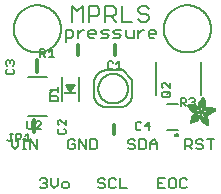
<source format=gbr>
G04 EAGLE Gerber RS-274X export*
G75*
%MOMM*%
%FSLAX34Y34*%
%LPD*%
%INSilkscreen Top*%
%IPPOS*%
%AMOC8*
5,1,8,0,0,1.08239X$1,22.5*%
G01*
%ADD10C,0.152400*%
%ADD11C,0.203200*%
%ADD12C,0.304800*%
%ADD13R,0.034300X0.003800*%
%ADD14R,0.057200X0.003800*%
%ADD15R,0.076200X0.003800*%
%ADD16R,0.091400X0.003800*%
%ADD17R,0.102900X0.003800*%
%ADD18R,0.114300X0.003900*%
%ADD19R,0.129500X0.003800*%
%ADD20R,0.137200X0.003800*%
%ADD21R,0.144800X0.003800*%
%ADD22R,0.152400X0.003800*%
%ADD23R,0.160000X0.003800*%
%ADD24R,0.171500X0.003800*%
%ADD25R,0.175300X0.003800*%
%ADD26R,0.182900X0.003800*%
%ADD27R,0.190500X0.003800*%
%ADD28R,0.194300X0.003900*%
%ADD29R,0.201900X0.003800*%
%ADD30R,0.209500X0.003800*%
%ADD31R,0.213400X0.003800*%
%ADD32R,0.221000X0.003800*%
%ADD33R,0.224800X0.003800*%
%ADD34R,0.232400X0.003800*%
%ADD35R,0.240000X0.003800*%
%ADD36R,0.243800X0.003800*%
%ADD37R,0.247600X0.003800*%
%ADD38R,0.255300X0.003900*%
%ADD39R,0.259100X0.003800*%
%ADD40R,0.262900X0.003800*%
%ADD41R,0.270500X0.003800*%
%ADD42R,0.274300X0.003800*%
%ADD43R,0.281900X0.003800*%
%ADD44R,0.285700X0.003800*%
%ADD45R,0.289500X0.003800*%
%ADD46R,0.297200X0.003800*%
%ADD47R,0.301000X0.003800*%
%ADD48R,0.304800X0.003900*%
%ADD49R,0.312400X0.003800*%
%ADD50R,0.316200X0.003800*%
%ADD51R,0.320000X0.003800*%
%ADD52R,0.327600X0.003800*%
%ADD53R,0.331500X0.003800*%
%ADD54R,0.339100X0.003800*%
%ADD55R,0.342900X0.003800*%
%ADD56R,0.346700X0.003800*%
%ADD57R,0.354300X0.003800*%
%ADD58R,0.358100X0.003900*%
%ADD59R,0.361900X0.003800*%
%ADD60R,0.369600X0.003800*%
%ADD61R,0.373400X0.003800*%
%ADD62R,0.377200X0.003800*%
%ADD63R,0.384800X0.003800*%
%ADD64R,0.388600X0.003800*%
%ADD65R,0.396200X0.003800*%
%ADD66R,0.400000X0.003800*%
%ADD67R,0.403800X0.003800*%
%ADD68R,0.411500X0.003900*%
%ADD69R,0.415300X0.003800*%
%ADD70R,0.419100X0.003800*%
%ADD71R,0.045700X0.003800*%
%ADD72R,0.426700X0.003800*%
%ADD73R,0.072400X0.003800*%
%ADD74R,0.430500X0.003800*%
%ADD75R,0.095300X0.003800*%
%ADD76R,0.438100X0.003800*%
%ADD77R,0.110500X0.003800*%
%ADD78R,0.441900X0.003800*%
%ADD79R,0.445800X0.003800*%
%ADD80R,0.144700X0.003800*%
%ADD81R,0.453400X0.003800*%
%ADD82R,0.457200X0.003800*%
%ADD83R,0.175300X0.003900*%
%ADD84R,0.461000X0.003900*%
%ADD85R,0.468600X0.003800*%
%ADD86R,0.205800X0.003800*%
%ADD87R,0.472400X0.003800*%
%ADD88R,0.217200X0.003800*%
%ADD89R,0.476200X0.003800*%
%ADD90R,0.483900X0.003800*%
%ADD91R,0.247700X0.003800*%
%ADD92R,0.487700X0.003800*%
%ADD93R,0.495300X0.003800*%
%ADD94R,0.499100X0.003800*%
%ADD95R,0.502900X0.003800*%
%ADD96R,0.510500X0.003800*%
%ADD97R,0.308600X0.003900*%
%ADD98R,0.514300X0.003900*%
%ADD99R,0.323800X0.003800*%
%ADD100R,0.518100X0.003800*%
%ADD101R,0.335300X0.003800*%
%ADD102R,0.525800X0.003800*%
%ADD103R,0.529600X0.003800*%
%ADD104R,0.358100X0.003800*%
%ADD105R,0.533400X0.003800*%
%ADD106R,0.537200X0.003800*%
%ADD107R,0.381000X0.003800*%
%ADD108R,0.544800X0.003800*%
%ADD109R,0.392400X0.003800*%
%ADD110R,0.548600X0.003800*%
%ADD111R,0.552400X0.003800*%
%ADD112R,0.556200X0.003800*%
%ADD113R,0.422900X0.003900*%
%ADD114R,0.560100X0.003900*%
%ADD115R,0.434300X0.003800*%
%ADD116R,0.563900X0.003800*%
%ADD117R,0.567700X0.003800*%
%ADD118R,0.461000X0.003800*%
%ADD119R,0.571500X0.003800*%
%ADD120R,0.575300X0.003800*%
%ADD121R,0.480100X0.003800*%
%ADD122R,0.579100X0.003800*%
%ADD123R,0.491500X0.003800*%
%ADD124R,0.582900X0.003800*%
%ADD125R,0.586700X0.003800*%
%ADD126R,0.510600X0.003800*%
%ADD127R,0.590500X0.003800*%
%ADD128R,0.522000X0.003800*%
%ADD129R,0.594300X0.003800*%
%ADD130R,0.533400X0.003900*%
%ADD131R,0.598200X0.003900*%
%ADD132R,0.541000X0.003800*%
%ADD133R,0.602000X0.003800*%
%ADD134R,0.552500X0.003800*%
%ADD135R,0.605800X0.003800*%
%ADD136R,0.560100X0.003800*%
%ADD137R,0.609600X0.003800*%
%ADD138R,0.613400X0.003800*%
%ADD139R,0.583000X0.003800*%
%ADD140R,0.617200X0.003800*%
%ADD141R,0.594400X0.003800*%
%ADD142R,0.621000X0.003800*%
%ADD143R,0.598200X0.003800*%
%ADD144R,0.624800X0.003800*%
%ADD145R,0.613500X0.003900*%
%ADD146R,0.628600X0.003900*%
%ADD147R,0.632400X0.003800*%
%ADD148R,0.628600X0.003800*%
%ADD149R,0.636300X0.003800*%
%ADD150R,0.640100X0.003800*%
%ADD151R,0.636200X0.003800*%
%ADD152R,0.643900X0.003800*%
%ADD153R,0.647700X0.003800*%
%ADD154R,0.651500X0.003800*%
%ADD155R,0.659100X0.003800*%
%ADD156R,0.659100X0.003900*%
%ADD157R,0.655300X0.003900*%
%ADD158R,0.662900X0.003800*%
%ADD159R,0.655300X0.003800*%
%ADD160R,0.670500X0.003800*%
%ADD161R,0.670600X0.003800*%
%ADD162R,0.674400X0.003800*%
%ADD163R,0.682000X0.003800*%
%ADD164R,0.666700X0.003800*%
%ADD165R,0.685800X0.003800*%
%ADD166R,0.689600X0.003800*%
%ADD167R,0.693400X0.003900*%
%ADD168R,0.674400X0.003900*%
%ADD169R,0.697200X0.003800*%
%ADD170R,0.678200X0.003800*%
%ADD171R,0.697300X0.003800*%
%ADD172R,0.701100X0.003800*%
%ADD173R,0.704900X0.003800*%
%ADD174R,0.708700X0.003800*%
%ADD175R,0.712500X0.003800*%
%ADD176R,0.716300X0.003800*%
%ADD177R,0.720100X0.003900*%
%ADD178R,0.689600X0.003900*%
%ADD179R,0.720000X0.003800*%
%ADD180R,0.693400X0.003800*%
%ADD181R,0.723900X0.003800*%
%ADD182R,0.727700X0.003800*%
%ADD183R,0.731500X0.003800*%
%ADD184R,0.701000X0.003800*%
%ADD185R,0.735300X0.003800*%
%ADD186R,0.731500X0.003900*%
%ADD187R,0.701000X0.003900*%
%ADD188R,0.704800X0.003800*%
%ADD189R,0.739100X0.003800*%
%ADD190R,0.743000X0.003800*%
%ADD191R,0.739200X0.003800*%
%ADD192R,0.743000X0.003900*%
%ADD193R,0.704800X0.003900*%
%ADD194R,0.746800X0.003800*%
%ADD195R,0.746800X0.003900*%
%ADD196R,0.742900X0.003800*%
%ADD197R,0.746700X0.003800*%
%ADD198R,0.746700X0.003900*%
%ADD199R,1.428800X0.003800*%
%ADD200R,1.424900X0.003800*%
%ADD201R,1.421100X0.003900*%
%ADD202R,1.421100X0.003800*%
%ADD203R,1.417300X0.003800*%
%ADD204R,1.413500X0.003800*%
%ADD205R,1.409700X0.003800*%
%ADD206R,1.405900X0.003800*%
%ADD207R,1.402100X0.003800*%
%ADD208R,1.398300X0.003800*%
%ADD209R,0.983000X0.003900*%
%ADD210R,0.384800X0.003900*%
%ADD211R,0.971600X0.003800*%
%ADD212R,0.963900X0.003800*%
%ADD213R,0.956300X0.003800*%
%ADD214R,0.365800X0.003800*%
%ADD215R,0.952500X0.003800*%
%ADD216R,0.941000X0.003800*%
%ADD217R,0.358200X0.003800*%
%ADD218R,0.937200X0.003800*%
%ADD219R,0.933400X0.003800*%
%ADD220R,0.354400X0.003800*%
%ADD221R,0.925800X0.003800*%
%ADD222R,0.350500X0.003800*%
%ADD223R,0.922000X0.003800*%
%ADD224R,0.918200X0.003900*%
%ADD225R,0.346700X0.003900*%
%ADD226R,0.910600X0.003800*%
%ADD227R,0.906800X0.003800*%
%ADD228R,0.903000X0.003800*%
%ADD229R,0.339000X0.003800*%
%ADD230R,0.895300X0.003800*%
%ADD231R,0.335200X0.003800*%
%ADD232R,0.887700X0.003800*%
%ADD233R,0.883900X0.003800*%
%ADD234R,0.331400X0.003800*%
%ADD235R,0.880100X0.003800*%
%ADD236R,0.876300X0.003800*%
%ADD237R,0.468600X0.003900*%
%ADD238R,0.396200X0.003900*%
%ADD239R,0.323800X0.003900*%
%ADD240R,0.449600X0.003800*%
%ADD241R,0.323900X0.003800*%
%ADD242R,0.442000X0.003800*%
%ADD243R,0.434400X0.003800*%
%ADD244R,0.320100X0.003800*%
%ADD245R,0.316300X0.003800*%
%ADD246R,0.426800X0.003800*%
%ADD247R,0.327700X0.003800*%
%ADD248R,0.312500X0.003800*%
%ADD249R,0.422900X0.003800*%
%ADD250R,0.308600X0.003800*%
%ADD251R,0.293400X0.003800*%
%ADD252R,0.304800X0.003800*%
%ADD253R,0.419100X0.003900*%
%ADD254R,0.285700X0.003900*%
%ADD255R,0.301000X0.003900*%
%ADD256R,0.411500X0.003800*%
%ADD257R,0.407700X0.003800*%
%ADD258R,0.289600X0.003800*%
%ADD259R,0.285800X0.003800*%
%ADD260R,0.403900X0.003800*%
%ADD261R,0.228600X0.003800*%
%ADD262R,0.403900X0.003900*%
%ADD263R,0.221000X0.003900*%
%ADD264R,0.278100X0.003900*%
%ADD265R,0.400100X0.003800*%
%ADD266R,0.209600X0.003800*%
%ADD267R,0.266700X0.003800*%
%ADD268R,0.038100X0.003800*%
%ADD269R,0.194300X0.003800*%
%ADD270R,0.148600X0.003800*%
%ADD271R,0.259000X0.003800*%
%ADD272R,0.182800X0.003800*%
%ADD273R,0.186700X0.003800*%
%ADD274R,0.251400X0.003800*%
%ADD275R,0.179100X0.003800*%
%ADD276R,0.236200X0.003800*%
%ADD277R,0.243900X0.003900*%
%ADD278R,0.282000X0.003900*%
%ADD279R,0.167700X0.003800*%
%ADD280R,0.236300X0.003800*%
%ADD281R,0.396300X0.003800*%
%ADD282R,0.163900X0.003800*%
%ADD283R,0.392500X0.003800*%
%ADD284R,0.160100X0.003800*%
%ADD285R,0.586800X0.003800*%
%ADD286R,0.148500X0.003800*%
%ADD287R,0.140900X0.003800*%
%ADD288R,0.392400X0.003900*%
%ADD289R,0.140900X0.003900*%
%ADD290R,0.647700X0.003900*%
%ADD291R,0.133300X0.003800*%
%ADD292R,0.674300X0.003800*%
%ADD293R,0.388700X0.003800*%
%ADD294R,0.125700X0.003800*%
%ADD295R,0.121900X0.003800*%
%ADD296R,0.720100X0.003800*%
%ADD297R,0.118100X0.003800*%
%ADD298R,0.118100X0.003900*%
%ADD299R,0.739100X0.003900*%
%ADD300R,0.114300X0.003800*%
%ADD301R,0.754400X0.003800*%
%ADD302R,0.765800X0.003800*%
%ADD303R,0.773400X0.003800*%
%ADD304R,0.784800X0.003800*%
%ADD305R,0.118200X0.003800*%
%ADD306R,0.792500X0.003800*%
%ADD307R,0.803900X0.003800*%
%ADD308R,0.122000X0.003800*%
%ADD309R,0.815400X0.003800*%
%ADD310R,0.125800X0.003800*%
%ADD311R,0.826800X0.003800*%
%ADD312R,0.369500X0.003900*%
%ADD313R,0.133400X0.003900*%
%ADD314R,0.842000X0.003900*%
%ADD315R,0.365700X0.003800*%
%ADD316R,1.009700X0.003800*%
%ADD317R,1.013500X0.003800*%
%ADD318R,0.362000X0.003800*%
%ADD319R,1.024900X0.003800*%
%ADD320R,1.028700X0.003800*%
%ADD321R,1.036300X0.003800*%
%ADD322R,1.047800X0.003800*%
%ADD323R,1.055400X0.003800*%
%ADD324R,1.070600X0.003800*%
%ADD325R,0.030500X0.003800*%
%ADD326R,1.436400X0.003800*%
%ADD327R,1.562100X0.003900*%
%ADD328R,1.588700X0.003800*%
%ADD329R,1.607800X0.003800*%
%ADD330R,1.626900X0.003800*%
%ADD331R,1.642100X0.003800*%
%ADD332R,1.657400X0.003800*%
%ADD333R,1.676400X0.003800*%
%ADD334R,1.687800X0.003800*%
%ADD335R,1.703000X0.003800*%
%ADD336R,1.714500X0.003800*%
%ADD337R,1.726000X0.003900*%
%ADD338R,1.741200X0.003800*%
%ADD339R,0.914400X0.003800*%
%ADD340R,0.769600X0.003800*%
%ADD341R,0.884000X0.003800*%
%ADD342R,0.712400X0.003800*%
%ADD343R,0.880100X0.003900*%
%ADD344R,0.887800X0.003800*%
%ADD345R,0.891600X0.003800*%
%ADD346R,0.895400X0.003800*%
%ADD347R,0.251500X0.003800*%
%ADD348R,0.579200X0.003900*%
%ADD349R,0.243900X0.003800*%
%ADD350R,0.556300X0.003800*%
%ADD351R,0.255200X0.003800*%
%ADD352R,0.529500X0.003800*%
%ADD353R,0.731600X0.003800*%
%ADD354R,0.525800X0.003900*%
%ADD355R,0.281900X0.003900*%
%ADD356R,0.735400X0.003900*%
%ADD357R,0.300900X0.003800*%
%ADD358R,0.762000X0.003800*%
%ADD359R,0.518200X0.003800*%
%ADD360R,0.350600X0.003800*%
%ADD361R,0.796300X0.003800*%
%ADD362R,0.807800X0.003800*%
%ADD363R,0.506700X0.003800*%
%ADD364R,0.849600X0.003800*%
%ADD365R,0.506700X0.003900*%
%ADD366R,1.371600X0.003900*%
%ADD367R,1.207800X0.003800*%
%ADD368R,0.503000X0.003800*%
%ADD369R,0.141000X0.003800*%
%ADD370R,1.203900X0.003800*%
%ADD371R,1.204000X0.003800*%
%ADD372R,1.200200X0.003800*%
%ADD373R,0.499100X0.003900*%
%ADD374R,0.156200X0.003900*%
%ADD375R,1.196400X0.003900*%
%ADD376R,1.196400X0.003800*%
%ADD377R,0.163800X0.003800*%
%ADD378R,0.167600X0.003800*%
%ADD379R,1.192500X0.003800*%
%ADD380R,0.499200X0.003800*%
%ADD381R,1.188700X0.003800*%
%ADD382R,0.506800X0.003800*%
%ADD383R,1.184900X0.003800*%
%ADD384R,0.510600X0.003900*%
%ADD385R,0.209600X0.003900*%
%ADD386R,1.181100X0.003900*%
%ADD387R,0.514400X0.003800*%
%ADD388R,1.181100X0.003800*%
%ADD389R,1.177300X0.003800*%
%ADD390R,0.240100X0.003800*%
%ADD391R,1.173500X0.003800*%
%ADD392R,1.169700X0.003800*%
%ADD393R,1.165900X0.003800*%
%ADD394R,1.162100X0.003800*%
%ADD395R,0.929700X0.003900*%
%ADD396R,1.162100X0.003900*%
%ADD397R,0.929700X0.003800*%
%ADD398R,1.154500X0.003800*%
%ADD399R,0.933500X0.003800*%
%ADD400R,1.150600X0.003800*%
%ADD401R,0.937300X0.003800*%
%ADD402R,1.146800X0.003800*%
%ADD403R,0.941100X0.003800*%
%ADD404R,1.139200X0.003800*%
%ADD405R,0.944900X0.003800*%
%ADD406R,1.135400X0.003800*%
%ADD407R,0.948700X0.003800*%
%ADD408R,1.127800X0.003800*%
%ADD409R,1.124000X0.003800*%
%ADD410R,1.116400X0.003800*%
%ADD411R,0.956300X0.003900*%
%ADD412R,1.104900X0.003900*%
%ADD413R,0.960100X0.003800*%
%ADD414R,1.093500X0.003800*%
%ADD415R,1.085900X0.003800*%
%ADD416R,0.967800X0.003800*%
%ADD417R,1.074500X0.003800*%
%ADD418R,1.063000X0.003800*%
%ADD419R,0.975400X0.003800*%
%ADD420R,1.036400X0.003800*%
%ADD421R,0.979200X0.003800*%
%ADD422R,1.021000X0.003800*%
%ADD423R,0.983000X0.003800*%
%ADD424R,1.009600X0.003800*%
%ADD425R,0.986800X0.003800*%
%ADD426R,0.998200X0.003800*%
%ADD427R,0.990600X0.003900*%
%ADD428R,0.986700X0.003900*%
%ADD429R,0.994400X0.003800*%
%ADD430R,0.975300X0.003800*%
%ADD431R,0.948600X0.003800*%
%ADD432R,1.002000X0.003800*%
%ADD433R,0.213300X0.003800*%
%ADD434R,0.217100X0.003800*%
%ADD435R,1.017300X0.003800*%
%ADD436R,0.666800X0.003800*%
%ADD437R,0.220900X0.003800*%
%ADD438R,1.028700X0.003900*%
%ADD439R,0.224700X0.003900*%
%ADD440R,1.032500X0.003800*%
%ADD441R,1.040100X0.003800*%
%ADD442R,1.043900X0.003800*%
%ADD443R,0.548700X0.003800*%
%ADD444R,1.051500X0.003800*%
%ADD445R,1.055300X0.003800*%
%ADD446R,1.059100X0.003800*%
%ADD447R,1.062900X0.003800*%
%ADD448R,0.255300X0.003800*%
%ADD449R,1.066800X0.003900*%
%ADD450R,0.259100X0.003900*%
%ADD451R,0.457200X0.003900*%
%ADD452R,0.423000X0.003800*%
%ADD453R,1.082100X0.003800*%
%ADD454R,0.274400X0.003800*%
%ADD455R,0.278200X0.003800*%
%ADD456R,1.101100X0.003800*%
%ADD457R,0.278100X0.003800*%
%ADD458R,0.876300X0.003900*%
%ADD459R,0.236200X0.003900*%
%ADD460R,0.289600X0.003900*%
%ADD461R,0.247700X0.003900*%
%ADD462R,0.049500X0.003800*%
%ADD463R,0.640100X0.003900*%
%ADD464R,0.659200X0.003800*%
%ADD465R,0.663000X0.003800*%
%ADD466R,0.872500X0.003900*%
%ADD467R,0.666800X0.003900*%
%ADD468R,0.872500X0.003800*%
%ADD469R,0.868700X0.003800*%
%ADD470R,0.864900X0.003800*%
%ADD471R,0.861100X0.003800*%
%ADD472R,0.857300X0.003800*%
%ADD473R,0.853400X0.003800*%
%ADD474R,0.845800X0.003800*%
%ADD475R,0.682000X0.003900*%
%ADD476R,0.842000X0.003800*%
%ADD477R,0.834400X0.003800*%
%ADD478R,0.823000X0.003800*%
%ADD479R,0.815300X0.003800*%
%ADD480R,0.811500X0.003800*%
%ADD481R,0.788700X0.003800*%
%ADD482R,0.777300X0.003900*%
%ADD483R,0.750600X0.003800*%
%ADD484R,0.735400X0.003800*%
%ADD485R,0.727800X0.003800*%
%ADD486R,0.628700X0.003800*%
%ADD487R,0.575400X0.003800*%
%ADD488R,0.670600X0.003900*%
%ADD489R,0.655400X0.003800*%
%ADD490R,0.651500X0.003900*%
%ADD491R,0.624800X0.003900*%
%ADD492R,0.594400X0.003900*%
%ADD493R,0.563900X0.003900*%
%ADD494R,0.541100X0.003800*%
%ADD495R,0.537300X0.003800*%
%ADD496R,0.525700X0.003800*%
%ADD497R,0.525700X0.003900*%
%ADD498R,0.514300X0.003800*%
%ADD499R,0.480100X0.003900*%
%ADD500R,0.464800X0.003800*%
%ADD501R,0.442000X0.003900*%
%ADD502R,0.438200X0.003800*%
%ADD503R,0.430600X0.003800*%
%ADD504R,0.407600X0.003800*%
%ADD505R,0.403800X0.003900*%
%ADD506R,0.365700X0.003900*%
%ADD507R,0.327700X0.003900*%
%ADD508R,0.243800X0.003900*%
%ADD509R,0.205800X0.003900*%
%ADD510R,0.198100X0.003800*%
%ADD511R,0.163800X0.003900*%
%ADD512R,0.137100X0.003800*%
%ADD513R,0.091500X0.003900*%
%ADD514R,0.060900X0.003800*%
%ADD515C,0.127000*%
%ADD516R,1.000000X0.200000*%

G36*
X53456Y86895D02*
X53456Y86895D01*
X53483Y86895D01*
X53594Y86927D01*
X53707Y86953D01*
X53730Y86966D01*
X53756Y86974D01*
X53854Y87036D01*
X53955Y87092D01*
X53971Y87110D01*
X53996Y87125D01*
X54181Y87333D01*
X54185Y87337D01*
X56185Y90337D01*
X56216Y90401D01*
X56256Y90461D01*
X56277Y90529D01*
X56308Y90593D01*
X56320Y90664D01*
X56341Y90732D01*
X56343Y90803D01*
X56355Y90874D01*
X56347Y90945D01*
X56349Y91016D01*
X56331Y91085D01*
X56322Y91156D01*
X56295Y91222D01*
X56277Y91291D01*
X56240Y91352D01*
X56213Y91418D01*
X56168Y91474D01*
X56132Y91536D01*
X56080Y91585D01*
X56035Y91640D01*
X55977Y91681D01*
X55924Y91730D01*
X55861Y91763D01*
X55803Y91804D01*
X55735Y91827D01*
X55671Y91860D01*
X55612Y91870D01*
X55534Y91897D01*
X55415Y91903D01*
X55340Y91915D01*
X51340Y91915D01*
X51269Y91905D01*
X51197Y91905D01*
X51129Y91885D01*
X51059Y91875D01*
X50993Y91846D01*
X50924Y91826D01*
X50864Y91788D01*
X50799Y91759D01*
X50744Y91713D01*
X50684Y91675D01*
X50636Y91622D01*
X50582Y91576D01*
X50542Y91516D01*
X50495Y91462D01*
X50464Y91398D01*
X50425Y91339D01*
X50403Y91271D01*
X50372Y91206D01*
X50360Y91136D01*
X50339Y91068D01*
X50337Y90996D01*
X50325Y90926D01*
X50333Y90855D01*
X50331Y90784D01*
X50350Y90714D01*
X50358Y90643D01*
X50383Y90588D01*
X50403Y90509D01*
X50464Y90406D01*
X50495Y90337D01*
X52495Y87337D01*
X52572Y87250D01*
X52645Y87160D01*
X52667Y87145D01*
X52685Y87125D01*
X52782Y87063D01*
X52877Y86996D01*
X52903Y86988D01*
X52925Y86973D01*
X53036Y86941D01*
X53146Y86903D01*
X53173Y86902D01*
X53198Y86895D01*
X53314Y86895D01*
X53430Y86889D01*
X53456Y86895D01*
G37*
D10*
X3528Y46235D02*
X3528Y40473D01*
X6410Y37592D01*
X9291Y40473D01*
X9291Y46235D01*
X12884Y37592D02*
X15765Y37592D01*
X14324Y37592D02*
X14324Y46235D01*
X12884Y46235D02*
X15765Y46235D01*
X19120Y46235D02*
X19120Y37592D01*
X24883Y37592D02*
X19120Y46235D01*
X24883Y46235D02*
X24883Y37592D01*
X28810Y13215D02*
X27369Y11775D01*
X28810Y13215D02*
X31691Y13215D01*
X33131Y11775D01*
X33131Y10334D01*
X31691Y8894D01*
X30250Y8894D01*
X31691Y8894D02*
X33131Y7453D01*
X33131Y6013D01*
X31691Y4572D01*
X28810Y4572D01*
X27369Y6013D01*
X36724Y7453D02*
X36724Y13215D01*
X36724Y7453D02*
X39606Y4572D01*
X42487Y7453D01*
X42487Y13215D01*
X47520Y4572D02*
X50401Y4572D01*
X51842Y6013D01*
X51842Y8894D01*
X50401Y10334D01*
X47520Y10334D01*
X46080Y8894D01*
X46080Y6013D01*
X47520Y4572D01*
X57261Y44795D02*
X55821Y46235D01*
X52940Y46235D01*
X51499Y44795D01*
X51499Y39033D01*
X52940Y37592D01*
X55821Y37592D01*
X57261Y39033D01*
X57261Y41914D01*
X54380Y41914D01*
X60854Y46235D02*
X60854Y37592D01*
X66617Y37592D02*
X60854Y46235D01*
X66617Y46235D02*
X66617Y37592D01*
X70210Y37592D02*
X70210Y46235D01*
X70210Y37592D02*
X74531Y37592D01*
X75972Y39033D01*
X75972Y44795D01*
X74531Y46235D01*
X70210Y46235D01*
X106621Y46235D02*
X108061Y44795D01*
X106621Y46235D02*
X103740Y46235D01*
X102299Y44795D01*
X102299Y43354D01*
X103740Y41914D01*
X106621Y41914D01*
X108061Y40473D01*
X108061Y39033D01*
X106621Y37592D01*
X103740Y37592D01*
X102299Y39033D01*
X111654Y37592D02*
X111654Y46235D01*
X111654Y37592D02*
X115976Y37592D01*
X117417Y39033D01*
X117417Y44795D01*
X115976Y46235D01*
X111654Y46235D01*
X121010Y43354D02*
X121010Y37592D01*
X121010Y43354D02*
X123891Y46235D01*
X126772Y43354D01*
X126772Y37592D01*
X126772Y41914D02*
X121010Y41914D01*
X82661Y11775D02*
X81221Y13215D01*
X78340Y13215D01*
X76899Y11775D01*
X76899Y10334D01*
X78340Y8894D01*
X81221Y8894D01*
X82661Y7453D01*
X82661Y6013D01*
X81221Y4572D01*
X78340Y4572D01*
X76899Y6013D01*
X90576Y13215D02*
X92017Y11775D01*
X90576Y13215D02*
X87695Y13215D01*
X86254Y11775D01*
X86254Y6013D01*
X87695Y4572D01*
X90576Y4572D01*
X92017Y6013D01*
X95610Y4572D02*
X95610Y13215D01*
X95610Y4572D02*
X101372Y4572D01*
D11*
X54834Y145796D02*
X54834Y159015D01*
X59240Y154609D01*
X63647Y159015D01*
X63647Y145796D01*
X68867Y145796D02*
X68867Y159015D01*
X75476Y159015D01*
X77680Y156812D01*
X77680Y152406D01*
X75476Y150202D01*
X68867Y150202D01*
X82900Y145796D02*
X82900Y159015D01*
X89509Y159015D01*
X91712Y156812D01*
X91712Y152406D01*
X89509Y150202D01*
X82900Y150202D01*
X87306Y150202D02*
X91712Y145796D01*
X96932Y145796D02*
X96932Y159015D01*
X96932Y145796D02*
X105745Y145796D01*
X117575Y159015D02*
X119778Y156812D01*
X117575Y159015D02*
X113168Y159015D01*
X110965Y156812D01*
X110965Y154609D01*
X113168Y152406D01*
X117575Y152406D01*
X119778Y150202D01*
X119778Y147999D01*
X117575Y145796D01*
X113168Y145796D01*
X110965Y147999D01*
D10*
X127699Y13215D02*
X133461Y13215D01*
X127699Y13215D02*
X127699Y4572D01*
X133461Y4572D01*
X130580Y8894D02*
X127699Y8894D01*
X138495Y13215D02*
X141376Y13215D01*
X138495Y13215D02*
X137054Y11775D01*
X137054Y6013D01*
X138495Y4572D01*
X141376Y4572D01*
X142817Y6013D01*
X142817Y11775D01*
X141376Y13215D01*
X150731Y13215D02*
X152172Y11775D01*
X150731Y13215D02*
X147850Y13215D01*
X146410Y11775D01*
X146410Y6013D01*
X147850Y4572D01*
X150731Y4572D01*
X152172Y6013D01*
X150559Y37592D02*
X150559Y46235D01*
X154881Y46235D01*
X156321Y44795D01*
X156321Y41914D01*
X154881Y40473D01*
X150559Y40473D01*
X153440Y40473D02*
X156321Y37592D01*
X164236Y46235D02*
X165677Y44795D01*
X164236Y46235D02*
X161355Y46235D01*
X159914Y44795D01*
X159914Y43354D01*
X161355Y41914D01*
X164236Y41914D01*
X165677Y40473D01*
X165677Y39033D01*
X164236Y37592D01*
X161355Y37592D01*
X159914Y39033D01*
X172151Y37592D02*
X172151Y46235D01*
X169270Y46235D02*
X175032Y46235D01*
X49318Y128902D02*
X49318Y138817D01*
X54275Y138817D01*
X55927Y137164D01*
X55927Y133859D01*
X54275Y132207D01*
X49318Y132207D01*
X59842Y132207D02*
X59842Y138817D01*
X59842Y135512D02*
X63147Y138817D01*
X64800Y138817D01*
X70265Y132207D02*
X73570Y132207D01*
X70265Y132207D02*
X68613Y133859D01*
X68613Y137164D01*
X70265Y138817D01*
X73570Y138817D01*
X75222Y137164D01*
X75222Y135512D01*
X68613Y135512D01*
X79137Y132207D02*
X84095Y132207D01*
X85747Y133859D01*
X84095Y135512D01*
X80790Y135512D01*
X79137Y137164D01*
X80790Y138817D01*
X85747Y138817D01*
X89662Y132207D02*
X94619Y132207D01*
X96272Y133859D01*
X94619Y135512D01*
X91314Y135512D01*
X89662Y137164D01*
X91314Y138817D01*
X96272Y138817D01*
X100187Y138817D02*
X100187Y133859D01*
X101839Y132207D01*
X106796Y132207D01*
X106796Y138817D01*
X110711Y138817D02*
X110711Y132207D01*
X110711Y135512D02*
X114016Y138817D01*
X115668Y138817D01*
X121134Y132207D02*
X124439Y132207D01*
X121134Y132207D02*
X119482Y133859D01*
X119482Y137164D01*
X121134Y138817D01*
X124439Y138817D01*
X126091Y137164D01*
X126091Y135512D01*
X119482Y135512D01*
D11*
X5400Y139700D02*
X5406Y140191D01*
X5424Y140681D01*
X5454Y141171D01*
X5496Y141660D01*
X5550Y142148D01*
X5616Y142635D01*
X5694Y143119D01*
X5784Y143602D01*
X5886Y144082D01*
X5999Y144560D01*
X6124Y145034D01*
X6261Y145506D01*
X6409Y145974D01*
X6569Y146438D01*
X6740Y146898D01*
X6922Y147354D01*
X7116Y147805D01*
X7320Y148251D01*
X7536Y148692D01*
X7762Y149128D01*
X7998Y149558D01*
X8245Y149982D01*
X8503Y150400D01*
X8771Y150811D01*
X9048Y151216D01*
X9336Y151614D01*
X9633Y152005D01*
X9940Y152388D01*
X10256Y152763D01*
X10581Y153131D01*
X10915Y153491D01*
X11258Y153842D01*
X11609Y154185D01*
X11969Y154519D01*
X12337Y154844D01*
X12712Y155160D01*
X13095Y155467D01*
X13486Y155764D01*
X13884Y156052D01*
X14289Y156329D01*
X14700Y156597D01*
X15118Y156855D01*
X15542Y157102D01*
X15972Y157338D01*
X16408Y157564D01*
X16849Y157780D01*
X17295Y157984D01*
X17746Y158178D01*
X18202Y158360D01*
X18662Y158531D01*
X19126Y158691D01*
X19594Y158839D01*
X20066Y158976D01*
X20540Y159101D01*
X21018Y159214D01*
X21498Y159316D01*
X21981Y159406D01*
X22465Y159484D01*
X22952Y159550D01*
X23440Y159604D01*
X23929Y159646D01*
X24419Y159676D01*
X24909Y159694D01*
X25400Y159700D01*
X25891Y159694D01*
X26381Y159676D01*
X26871Y159646D01*
X27360Y159604D01*
X27848Y159550D01*
X28335Y159484D01*
X28819Y159406D01*
X29302Y159316D01*
X29782Y159214D01*
X30260Y159101D01*
X30734Y158976D01*
X31206Y158839D01*
X31674Y158691D01*
X32138Y158531D01*
X32598Y158360D01*
X33054Y158178D01*
X33505Y157984D01*
X33951Y157780D01*
X34392Y157564D01*
X34828Y157338D01*
X35258Y157102D01*
X35682Y156855D01*
X36100Y156597D01*
X36511Y156329D01*
X36916Y156052D01*
X37314Y155764D01*
X37705Y155467D01*
X38088Y155160D01*
X38463Y154844D01*
X38831Y154519D01*
X39191Y154185D01*
X39542Y153842D01*
X39885Y153491D01*
X40219Y153131D01*
X40544Y152763D01*
X40860Y152388D01*
X41167Y152005D01*
X41464Y151614D01*
X41752Y151216D01*
X42029Y150811D01*
X42297Y150400D01*
X42555Y149982D01*
X42802Y149558D01*
X43038Y149128D01*
X43264Y148692D01*
X43480Y148251D01*
X43684Y147805D01*
X43878Y147354D01*
X44060Y146898D01*
X44231Y146438D01*
X44391Y145974D01*
X44539Y145506D01*
X44676Y145034D01*
X44801Y144560D01*
X44914Y144082D01*
X45016Y143602D01*
X45106Y143119D01*
X45184Y142635D01*
X45250Y142148D01*
X45304Y141660D01*
X45346Y141171D01*
X45376Y140681D01*
X45394Y140191D01*
X45400Y139700D01*
X45394Y139209D01*
X45376Y138719D01*
X45346Y138229D01*
X45304Y137740D01*
X45250Y137252D01*
X45184Y136765D01*
X45106Y136281D01*
X45016Y135798D01*
X44914Y135318D01*
X44801Y134840D01*
X44676Y134366D01*
X44539Y133894D01*
X44391Y133426D01*
X44231Y132962D01*
X44060Y132502D01*
X43878Y132046D01*
X43684Y131595D01*
X43480Y131149D01*
X43264Y130708D01*
X43038Y130272D01*
X42802Y129842D01*
X42555Y129418D01*
X42297Y129000D01*
X42029Y128589D01*
X41752Y128184D01*
X41464Y127786D01*
X41167Y127395D01*
X40860Y127012D01*
X40544Y126637D01*
X40219Y126269D01*
X39885Y125909D01*
X39542Y125558D01*
X39191Y125215D01*
X38831Y124881D01*
X38463Y124556D01*
X38088Y124240D01*
X37705Y123933D01*
X37314Y123636D01*
X36916Y123348D01*
X36511Y123071D01*
X36100Y122803D01*
X35682Y122545D01*
X35258Y122298D01*
X34828Y122062D01*
X34392Y121836D01*
X33951Y121620D01*
X33505Y121416D01*
X33054Y121222D01*
X32598Y121040D01*
X32138Y120869D01*
X31674Y120709D01*
X31206Y120561D01*
X30734Y120424D01*
X30260Y120299D01*
X29782Y120186D01*
X29302Y120084D01*
X28819Y119994D01*
X28335Y119916D01*
X27848Y119850D01*
X27360Y119796D01*
X26871Y119754D01*
X26381Y119724D01*
X25891Y119706D01*
X25400Y119700D01*
X24909Y119706D01*
X24419Y119724D01*
X23929Y119754D01*
X23440Y119796D01*
X22952Y119850D01*
X22465Y119916D01*
X21981Y119994D01*
X21498Y120084D01*
X21018Y120186D01*
X20540Y120299D01*
X20066Y120424D01*
X19594Y120561D01*
X19126Y120709D01*
X18662Y120869D01*
X18202Y121040D01*
X17746Y121222D01*
X17295Y121416D01*
X16849Y121620D01*
X16408Y121836D01*
X15972Y122062D01*
X15542Y122298D01*
X15118Y122545D01*
X14700Y122803D01*
X14289Y123071D01*
X13884Y123348D01*
X13486Y123636D01*
X13095Y123933D01*
X12712Y124240D01*
X12337Y124556D01*
X11969Y124881D01*
X11609Y125215D01*
X11258Y125558D01*
X10915Y125909D01*
X10581Y126269D01*
X10256Y126637D01*
X9940Y127012D01*
X9633Y127395D01*
X9336Y127786D01*
X9048Y128184D01*
X8771Y128589D01*
X8503Y129000D01*
X8245Y129418D01*
X7998Y129842D01*
X7762Y130272D01*
X7536Y130708D01*
X7320Y131149D01*
X7116Y131595D01*
X6922Y132046D01*
X6740Y132502D01*
X6569Y132962D01*
X6409Y133426D01*
X6261Y133894D01*
X6124Y134366D01*
X5999Y134840D01*
X5886Y135318D01*
X5784Y135798D01*
X5694Y136281D01*
X5616Y136765D01*
X5550Y137252D01*
X5496Y137740D01*
X5454Y138229D01*
X5424Y138719D01*
X5406Y139209D01*
X5400Y139700D01*
X132400Y139700D02*
X132406Y140191D01*
X132424Y140681D01*
X132454Y141171D01*
X132496Y141660D01*
X132550Y142148D01*
X132616Y142635D01*
X132694Y143119D01*
X132784Y143602D01*
X132886Y144082D01*
X132999Y144560D01*
X133124Y145034D01*
X133261Y145506D01*
X133409Y145974D01*
X133569Y146438D01*
X133740Y146898D01*
X133922Y147354D01*
X134116Y147805D01*
X134320Y148251D01*
X134536Y148692D01*
X134762Y149128D01*
X134998Y149558D01*
X135245Y149982D01*
X135503Y150400D01*
X135771Y150811D01*
X136048Y151216D01*
X136336Y151614D01*
X136633Y152005D01*
X136940Y152388D01*
X137256Y152763D01*
X137581Y153131D01*
X137915Y153491D01*
X138258Y153842D01*
X138609Y154185D01*
X138969Y154519D01*
X139337Y154844D01*
X139712Y155160D01*
X140095Y155467D01*
X140486Y155764D01*
X140884Y156052D01*
X141289Y156329D01*
X141700Y156597D01*
X142118Y156855D01*
X142542Y157102D01*
X142972Y157338D01*
X143408Y157564D01*
X143849Y157780D01*
X144295Y157984D01*
X144746Y158178D01*
X145202Y158360D01*
X145662Y158531D01*
X146126Y158691D01*
X146594Y158839D01*
X147066Y158976D01*
X147540Y159101D01*
X148018Y159214D01*
X148498Y159316D01*
X148981Y159406D01*
X149465Y159484D01*
X149952Y159550D01*
X150440Y159604D01*
X150929Y159646D01*
X151419Y159676D01*
X151909Y159694D01*
X152400Y159700D01*
X152891Y159694D01*
X153381Y159676D01*
X153871Y159646D01*
X154360Y159604D01*
X154848Y159550D01*
X155335Y159484D01*
X155819Y159406D01*
X156302Y159316D01*
X156782Y159214D01*
X157260Y159101D01*
X157734Y158976D01*
X158206Y158839D01*
X158674Y158691D01*
X159138Y158531D01*
X159598Y158360D01*
X160054Y158178D01*
X160505Y157984D01*
X160951Y157780D01*
X161392Y157564D01*
X161828Y157338D01*
X162258Y157102D01*
X162682Y156855D01*
X163100Y156597D01*
X163511Y156329D01*
X163916Y156052D01*
X164314Y155764D01*
X164705Y155467D01*
X165088Y155160D01*
X165463Y154844D01*
X165831Y154519D01*
X166191Y154185D01*
X166542Y153842D01*
X166885Y153491D01*
X167219Y153131D01*
X167544Y152763D01*
X167860Y152388D01*
X168167Y152005D01*
X168464Y151614D01*
X168752Y151216D01*
X169029Y150811D01*
X169297Y150400D01*
X169555Y149982D01*
X169802Y149558D01*
X170038Y149128D01*
X170264Y148692D01*
X170480Y148251D01*
X170684Y147805D01*
X170878Y147354D01*
X171060Y146898D01*
X171231Y146438D01*
X171391Y145974D01*
X171539Y145506D01*
X171676Y145034D01*
X171801Y144560D01*
X171914Y144082D01*
X172016Y143602D01*
X172106Y143119D01*
X172184Y142635D01*
X172250Y142148D01*
X172304Y141660D01*
X172346Y141171D01*
X172376Y140681D01*
X172394Y140191D01*
X172400Y139700D01*
X172394Y139209D01*
X172376Y138719D01*
X172346Y138229D01*
X172304Y137740D01*
X172250Y137252D01*
X172184Y136765D01*
X172106Y136281D01*
X172016Y135798D01*
X171914Y135318D01*
X171801Y134840D01*
X171676Y134366D01*
X171539Y133894D01*
X171391Y133426D01*
X171231Y132962D01*
X171060Y132502D01*
X170878Y132046D01*
X170684Y131595D01*
X170480Y131149D01*
X170264Y130708D01*
X170038Y130272D01*
X169802Y129842D01*
X169555Y129418D01*
X169297Y129000D01*
X169029Y128589D01*
X168752Y128184D01*
X168464Y127786D01*
X168167Y127395D01*
X167860Y127012D01*
X167544Y126637D01*
X167219Y126269D01*
X166885Y125909D01*
X166542Y125558D01*
X166191Y125215D01*
X165831Y124881D01*
X165463Y124556D01*
X165088Y124240D01*
X164705Y123933D01*
X164314Y123636D01*
X163916Y123348D01*
X163511Y123071D01*
X163100Y122803D01*
X162682Y122545D01*
X162258Y122298D01*
X161828Y122062D01*
X161392Y121836D01*
X160951Y121620D01*
X160505Y121416D01*
X160054Y121222D01*
X159598Y121040D01*
X159138Y120869D01*
X158674Y120709D01*
X158206Y120561D01*
X157734Y120424D01*
X157260Y120299D01*
X156782Y120186D01*
X156302Y120084D01*
X155819Y119994D01*
X155335Y119916D01*
X154848Y119850D01*
X154360Y119796D01*
X153871Y119754D01*
X153381Y119724D01*
X152891Y119706D01*
X152400Y119700D01*
X151909Y119706D01*
X151419Y119724D01*
X150929Y119754D01*
X150440Y119796D01*
X149952Y119850D01*
X149465Y119916D01*
X148981Y119994D01*
X148498Y120084D01*
X148018Y120186D01*
X147540Y120299D01*
X147066Y120424D01*
X146594Y120561D01*
X146126Y120709D01*
X145662Y120869D01*
X145202Y121040D01*
X144746Y121222D01*
X144295Y121416D01*
X143849Y121620D01*
X143408Y121836D01*
X142972Y122062D01*
X142542Y122298D01*
X142118Y122545D01*
X141700Y122803D01*
X141289Y123071D01*
X140884Y123348D01*
X140486Y123636D01*
X140095Y123933D01*
X139712Y124240D01*
X139337Y124556D01*
X138969Y124881D01*
X138609Y125215D01*
X138258Y125558D01*
X137915Y125909D01*
X137581Y126269D01*
X137256Y126637D01*
X136940Y127012D01*
X136633Y127395D01*
X136336Y127786D01*
X136048Y128184D01*
X135771Y128589D01*
X135503Y129000D01*
X135245Y129418D01*
X134998Y129842D01*
X134762Y130272D01*
X134536Y130708D01*
X134320Y131149D01*
X134116Y131595D01*
X133922Y132046D01*
X133740Y132502D01*
X133569Y132962D01*
X133409Y133426D01*
X133261Y133894D01*
X133124Y134366D01*
X132999Y134840D01*
X132886Y135318D01*
X132784Y135798D01*
X132694Y136281D01*
X132616Y136765D01*
X132550Y137252D01*
X132496Y137740D01*
X132454Y138229D01*
X132424Y138719D01*
X132406Y139209D01*
X132400Y139700D01*
D12*
X22860Y62230D02*
X22860Y52070D01*
D10*
X42666Y53869D02*
X43768Y54970D01*
X42666Y53869D02*
X42666Y51665D01*
X43768Y50564D01*
X48174Y50564D01*
X49276Y51665D01*
X49276Y53869D01*
X48174Y54970D01*
X49276Y58048D02*
X49276Y62454D01*
X49276Y58048D02*
X44870Y62454D01*
X43768Y62454D01*
X42666Y61353D01*
X42666Y59149D01*
X43768Y58048D01*
D11*
X33400Y99050D02*
X17400Y99050D01*
X17400Y66050D02*
X33400Y66050D01*
X35900Y78550D02*
X35900Y86550D01*
D10*
X16814Y61474D02*
X16814Y55966D01*
X17915Y54864D01*
X20119Y54864D01*
X21220Y55966D01*
X21220Y61474D01*
X24298Y54864D02*
X28704Y54864D01*
X24298Y54864D02*
X28704Y59270D01*
X28704Y60372D01*
X27603Y61474D01*
X25399Y61474D01*
X24298Y60372D01*
D12*
X25400Y102870D02*
X25400Y113030D01*
D10*
X80Y105498D02*
X-1022Y104397D01*
X-1022Y102194D01*
X80Y101092D01*
X4486Y101092D01*
X5588Y102194D01*
X5588Y104397D01*
X4486Y105498D01*
X80Y108576D02*
X-1022Y109678D01*
X-1022Y111881D01*
X80Y112983D01*
X1182Y112983D01*
X2283Y111881D01*
X2283Y110779D01*
X2283Y111881D02*
X3385Y112983D01*
X4486Y112983D01*
X5588Y111881D01*
X5588Y109678D01*
X4486Y108576D01*
D12*
X91440Y117920D02*
X91440Y125920D01*
D10*
X88159Y112274D02*
X89260Y111172D01*
X88159Y112274D02*
X85955Y112274D01*
X84854Y111172D01*
X84854Y106766D01*
X85955Y105664D01*
X88159Y105664D01*
X89260Y106766D01*
X92338Y110070D02*
X94541Y112274D01*
X94541Y105664D01*
X92338Y105664D02*
X96744Y105664D01*
D13*
X169469Y57150D03*
D14*
X169469Y57188D03*
D15*
X169450Y57226D03*
D16*
X169450Y57264D03*
D17*
X169469Y57302D03*
D18*
X169450Y57341D03*
D19*
X169450Y57379D03*
D20*
X169450Y57417D03*
D21*
X169450Y57455D03*
D22*
X169412Y57493D03*
D23*
X169412Y57531D03*
D24*
X169393Y57569D03*
D25*
X169374Y57607D03*
D26*
X169374Y57645D03*
D27*
X169336Y57683D03*
D28*
X169317Y57722D03*
D29*
X169317Y57760D03*
D30*
X169279Y57798D03*
D31*
X169259Y57836D03*
D32*
X169221Y57874D03*
D33*
X169202Y57912D03*
D34*
X169202Y57950D03*
D35*
X169164Y57988D03*
D36*
X169145Y58026D03*
D37*
X169126Y58064D03*
D38*
X169088Y58103D03*
D39*
X169069Y58141D03*
D40*
X169050Y58179D03*
D41*
X169012Y58217D03*
D42*
X168993Y58255D03*
D43*
X168955Y58293D03*
D44*
X168936Y58331D03*
D45*
X168917Y58369D03*
D46*
X168878Y58407D03*
D47*
X168859Y58445D03*
D48*
X168840Y58484D03*
D49*
X168802Y58522D03*
D50*
X168783Y58560D03*
D51*
X168764Y58598D03*
D52*
X168726Y58636D03*
D53*
X168707Y58674D03*
D54*
X168669Y58712D03*
D55*
X168650Y58750D03*
D56*
X168631Y58788D03*
D57*
X168593Y58826D03*
D58*
X168574Y58865D03*
D59*
X168555Y58903D03*
D60*
X168516Y58941D03*
D61*
X168497Y58979D03*
D62*
X168478Y59017D03*
D63*
X168440Y59055D03*
D64*
X168421Y59093D03*
D65*
X168383Y59131D03*
D66*
X168364Y59169D03*
D67*
X168345Y59207D03*
D68*
X168307Y59246D03*
D69*
X168288Y59284D03*
D70*
X168269Y59322D03*
D71*
X155506Y59360D03*
D72*
X168231Y59360D03*
D73*
X155524Y59398D03*
D74*
X168212Y59398D03*
D75*
X155563Y59436D03*
D76*
X168174Y59436D03*
D77*
X155601Y59474D03*
D78*
X168155Y59474D03*
D19*
X155620Y59512D03*
D79*
X168135Y59512D03*
D80*
X155658Y59550D03*
D81*
X168097Y59550D03*
D23*
X155696Y59588D03*
D82*
X168078Y59588D03*
D83*
X155734Y59627D03*
D84*
X168059Y59627D03*
D27*
X155772Y59665D03*
D85*
X168021Y59665D03*
D86*
X155810Y59703D03*
D87*
X168002Y59703D03*
D88*
X155867Y59741D03*
D89*
X167983Y59741D03*
D34*
X155905Y59779D03*
D90*
X167945Y59779D03*
D91*
X155944Y59817D03*
D92*
X167926Y59817D03*
D39*
X156001Y59855D03*
D93*
X167888Y59855D03*
D42*
X156039Y59893D03*
D94*
X167869Y59893D03*
D44*
X156096Y59931D03*
D95*
X167850Y59931D03*
D46*
X156153Y59969D03*
D96*
X167812Y59969D03*
D97*
X156210Y60008D03*
D98*
X167793Y60008D03*
D99*
X156248Y60046D03*
D100*
X167774Y60046D03*
D101*
X156306Y60084D03*
D102*
X167735Y60084D03*
D56*
X156363Y60122D03*
D103*
X167716Y60122D03*
D104*
X156420Y60160D03*
D105*
X167697Y60160D03*
D60*
X156477Y60198D03*
D106*
X167678Y60198D03*
D107*
X156534Y60236D03*
D108*
X167640Y60236D03*
D109*
X156591Y60274D03*
D110*
X167621Y60274D03*
D67*
X156648Y60312D03*
D111*
X167602Y60312D03*
D69*
X156706Y60350D03*
D112*
X167583Y60350D03*
D113*
X156782Y60389D03*
D114*
X167564Y60389D03*
D115*
X156839Y60427D03*
D116*
X167545Y60427D03*
D79*
X156896Y60465D03*
D117*
X167526Y60465D03*
D118*
X156972Y60503D03*
D119*
X167507Y60503D03*
D87*
X157029Y60541D03*
D120*
X167488Y60541D03*
D121*
X157106Y60579D03*
D122*
X167469Y60579D03*
D123*
X157163Y60617D03*
D124*
X167450Y60617D03*
D95*
X157220Y60655D03*
D125*
X167431Y60655D03*
D126*
X157296Y60693D03*
D127*
X167412Y60693D03*
D128*
X157353Y60731D03*
D129*
X167393Y60731D03*
D130*
X157410Y60770D03*
D131*
X167373Y60770D03*
D132*
X157486Y60808D03*
D133*
X167354Y60808D03*
D134*
X157544Y60846D03*
D135*
X167335Y60846D03*
D136*
X157582Y60884D03*
D135*
X167335Y60884D03*
D119*
X157639Y60922D03*
D137*
X167316Y60922D03*
D120*
X157696Y60960D03*
D138*
X167297Y60960D03*
D139*
X157734Y60998D03*
D140*
X167278Y60998D03*
D141*
X157791Y61036D03*
D142*
X167259Y61036D03*
D143*
X157848Y61074D03*
D142*
X167259Y61074D03*
D135*
X157886Y61112D03*
D144*
X167240Y61112D03*
D145*
X157925Y61151D03*
D146*
X167221Y61151D03*
D138*
X157963Y61189D03*
D147*
X167202Y61189D03*
D142*
X158001Y61227D03*
D147*
X167202Y61227D03*
D148*
X158039Y61265D03*
D149*
X167183Y61265D03*
D147*
X158096Y61303D03*
D150*
X167164Y61303D03*
D151*
X158115Y61341D03*
D152*
X167145Y61341D03*
X158154Y61379D03*
X167145Y61379D03*
D153*
X158211Y61417D03*
X167126Y61417D03*
D154*
X158230Y61455D03*
X167107Y61455D03*
D155*
X158268Y61493D03*
D154*
X167107Y61493D03*
D156*
X158306Y61532D03*
D157*
X167088Y61532D03*
D158*
X158325Y61570D03*
D159*
X167088Y61570D03*
D160*
X158363Y61608D03*
D155*
X167069Y61608D03*
D161*
X158401Y61646D03*
D158*
X167050Y61646D03*
D162*
X158420Y61684D03*
D158*
X167050Y61684D03*
D163*
X158458Y61722D03*
D164*
X167031Y61722D03*
D163*
X158496Y61760D03*
D164*
X167031Y61760D03*
D165*
X158515Y61798D03*
D160*
X167012Y61798D03*
D166*
X158534Y61836D03*
D160*
X167012Y61836D03*
D166*
X158572Y61874D03*
D162*
X166992Y61874D03*
D167*
X158591Y61913D03*
D168*
X166992Y61913D03*
D169*
X158610Y61951D03*
D170*
X166973Y61951D03*
D171*
X158649Y61989D03*
D170*
X166973Y61989D03*
D172*
X158668Y62027D03*
D170*
X166973Y62027D03*
D173*
X158687Y62065D03*
D163*
X166954Y62065D03*
D173*
X158725Y62103D03*
D163*
X166954Y62103D03*
D174*
X158744Y62141D03*
D165*
X166935Y62141D03*
D175*
X158763Y62179D03*
D165*
X166935Y62179D03*
D175*
X158801Y62217D03*
D165*
X166935Y62217D03*
D176*
X158820Y62255D03*
D166*
X166916Y62255D03*
D177*
X158839Y62294D03*
D178*
X166916Y62294D03*
D179*
X158877Y62332D03*
D180*
X166897Y62332D03*
D181*
X158897Y62370D03*
D180*
X166897Y62370D03*
D181*
X158897Y62408D03*
D180*
X166897Y62408D03*
D181*
X158935Y62446D03*
D180*
X166897Y62446D03*
D182*
X158954Y62484D03*
D169*
X166878Y62484D03*
D183*
X158973Y62522D03*
D169*
X166878Y62522D03*
D182*
X158992Y62560D03*
D169*
X166878Y62560D03*
D183*
X159011Y62598D03*
D184*
X166859Y62598D03*
D185*
X159030Y62636D03*
D184*
X166859Y62636D03*
D186*
X159049Y62675D03*
D187*
X166859Y62675D03*
D185*
X159068Y62713D03*
D184*
X166859Y62713D03*
D185*
X159068Y62751D03*
D188*
X166840Y62751D03*
D185*
X159106Y62789D03*
D184*
X166821Y62789D03*
D189*
X159125Y62827D03*
D184*
X166821Y62827D03*
D189*
X159125Y62865D03*
D184*
X166821Y62865D03*
D189*
X159163Y62903D03*
D184*
X166821Y62903D03*
D189*
X159163Y62941D03*
D184*
X166821Y62941D03*
D190*
X159182Y62979D03*
D188*
X166802Y62979D03*
D191*
X159201Y63017D03*
D188*
X166802Y63017D03*
D192*
X159220Y63056D03*
D193*
X166802Y63056D03*
D190*
X159220Y63094D03*
D188*
X166802Y63094D03*
D190*
X159258Y63132D03*
D188*
X166802Y63132D03*
D190*
X159258Y63170D03*
D188*
X166802Y63170D03*
D190*
X159258Y63208D03*
D188*
X166802Y63208D03*
D190*
X159296Y63246D03*
D184*
X166783Y63246D03*
D190*
X159296Y63284D03*
D184*
X166783Y63284D03*
D194*
X159315Y63322D03*
D184*
X166783Y63322D03*
D190*
X159334Y63360D03*
D184*
X166783Y63360D03*
D190*
X159334Y63398D03*
D184*
X166783Y63398D03*
D195*
X159353Y63437D03*
D187*
X166783Y63437D03*
D196*
X159373Y63475D03*
D184*
X166783Y63475D03*
D196*
X159373Y63513D03*
D169*
X166764Y63513D03*
D197*
X159392Y63551D03*
D169*
X166764Y63551D03*
D196*
X159411Y63589D03*
D169*
X166764Y63589D03*
D196*
X159411Y63627D03*
D169*
X166764Y63627D03*
D196*
X159411Y63665D03*
D169*
X166764Y63665D03*
D197*
X159430Y63703D03*
D180*
X166745Y63703D03*
D196*
X159449Y63741D03*
D180*
X166745Y63741D03*
D196*
X159449Y63779D03*
D180*
X166745Y63779D03*
D198*
X159468Y63818D03*
D167*
X166745Y63818D03*
D196*
X159487Y63856D03*
D166*
X166726Y63856D03*
D196*
X159487Y63894D03*
D166*
X166726Y63894D03*
D197*
X159506Y63932D03*
D166*
X166726Y63932D03*
D196*
X159525Y63970D03*
D166*
X166726Y63970D03*
D196*
X159525Y64008D03*
D165*
X166707Y64008D03*
D196*
X159525Y64046D03*
D165*
X166707Y64046D03*
D199*
X162992Y64084D03*
X162992Y64122D03*
D200*
X162973Y64160D03*
D201*
X162992Y64199D03*
D202*
X162992Y64237D03*
D203*
X162973Y64275D03*
D204*
X162992Y64313D03*
X162992Y64351D03*
D205*
X162973Y64389D03*
D206*
X162992Y64427D03*
X162992Y64465D03*
D207*
X162973Y64503D03*
D208*
X162992Y64541D03*
D209*
X160915Y64580D03*
D210*
X168021Y64580D03*
D211*
X160858Y64618D03*
D62*
X168059Y64618D03*
D212*
X160859Y64656D03*
D61*
X168078Y64656D03*
D213*
X160821Y64694D03*
D214*
X168078Y64694D03*
D215*
X160802Y64732D03*
D214*
X168078Y64732D03*
D216*
X160782Y64770D03*
D217*
X168078Y64770D03*
D218*
X160763Y64808D03*
D217*
X168078Y64808D03*
D219*
X160744Y64846D03*
D220*
X168059Y64846D03*
D221*
X160744Y64884D03*
D222*
X168079Y64884D03*
D223*
X160725Y64922D03*
D56*
X168060Y64922D03*
D224*
X160706Y64961D03*
D225*
X168060Y64961D03*
D226*
X160706Y64999D03*
D55*
X168041Y64999D03*
D227*
X160687Y65037D03*
D55*
X168041Y65037D03*
D228*
X160668Y65075D03*
D229*
X168021Y65075D03*
D230*
X160668Y65113D03*
D229*
X168021Y65113D03*
D230*
X160668Y65151D03*
D231*
X168002Y65151D03*
D232*
X160668Y65189D03*
D231*
X168002Y65189D03*
D233*
X160649Y65227D03*
D234*
X167983Y65227D03*
D235*
X160630Y65265D03*
D52*
X167964Y65265D03*
D236*
X160649Y65303D03*
D52*
X167964Y65303D03*
D237*
X158610Y65342D03*
D238*
X163011Y65342D03*
D239*
X167945Y65342D03*
D240*
X158553Y65380D03*
D60*
X163106Y65380D03*
D241*
X167907Y65380D03*
D242*
X158515Y65418D03*
D104*
X163164Y65418D03*
D241*
X167907Y65418D03*
D243*
X158515Y65456D03*
D56*
X163183Y65456D03*
D244*
X167888Y65456D03*
D243*
X158515Y65494D03*
D101*
X163202Y65494D03*
D245*
X167869Y65494D03*
D246*
X158515Y65532D03*
D247*
X163240Y65532D03*
D248*
X167850Y65532D03*
D246*
X158515Y65570D03*
D245*
X163259Y65570D03*
D248*
X167850Y65570D03*
D249*
X158535Y65608D03*
D250*
X163297Y65608D03*
D248*
X167812Y65608D03*
D249*
X158535Y65646D03*
D47*
X163297Y65646D03*
D250*
X167792Y65646D03*
D70*
X158554Y65684D03*
D251*
X163335Y65684D03*
D252*
X167773Y65684D03*
D253*
X158554Y65723D03*
D254*
X163335Y65723D03*
D255*
X167754Y65723D03*
D69*
X158573Y65761D03*
D42*
X163354Y65761D03*
D47*
X167716Y65761D03*
D69*
X158573Y65799D03*
D41*
X163373Y65799D03*
D46*
X167697Y65799D03*
D256*
X158592Y65837D03*
D40*
X163373Y65837D03*
D251*
X167678Y65837D03*
D256*
X158592Y65875D03*
D39*
X163392Y65875D03*
D251*
X167640Y65875D03*
D257*
X158611Y65913D03*
D37*
X163411Y65913D03*
D258*
X167621Y65913D03*
D257*
X158649Y65951D03*
D36*
X163430Y65951D03*
D259*
X167602Y65951D03*
D257*
X158649Y65989D03*
D35*
X163449Y65989D03*
D259*
X167564Y65989D03*
D260*
X158668Y66027D03*
D34*
X163449Y66027D03*
D43*
X167545Y66027D03*
D257*
X158687Y66065D03*
D261*
X163468Y66065D03*
D43*
X167507Y66065D03*
D262*
X158706Y66104D03*
D263*
X163468Y66104D03*
D264*
X167488Y66104D03*
D265*
X158725Y66142D03*
D88*
X163487Y66142D03*
D41*
X167450Y66142D03*
D260*
X158744Y66180D03*
D266*
X163487Y66180D03*
D41*
X167412Y66180D03*
D265*
X158763Y66218D03*
D86*
X163506Y66218D03*
D267*
X167393Y66218D03*
D268*
X169869Y66218D03*
D66*
X158801Y66256D03*
D29*
X163526Y66256D03*
D40*
X167336Y66256D03*
D77*
X169888Y66256D03*
D66*
X158801Y66294D03*
D269*
X163526Y66294D03*
D39*
X167317Y66294D03*
D270*
X169888Y66294D03*
D66*
X158839Y66332D03*
D27*
X163545Y66332D03*
D271*
X167278Y66332D03*
D272*
X169907Y66332D03*
D65*
X158858Y66370D03*
D273*
X163564Y66370D03*
D274*
X167240Y66370D03*
D31*
X169907Y66370D03*
D65*
X158896Y66408D03*
D275*
X163564Y66408D03*
D274*
X167202Y66408D03*
D276*
X169907Y66408D03*
D66*
X158915Y66446D03*
D275*
X163564Y66446D03*
D36*
X167164Y66446D03*
D271*
X169907Y66446D03*
D238*
X158934Y66485D03*
D83*
X163583Y66485D03*
D277*
X167126Y66485D03*
D278*
X169907Y66485D03*
D65*
X158972Y66523D03*
D279*
X163583Y66523D03*
D280*
X167088Y66523D03*
D47*
X169926Y66523D03*
D281*
X159011Y66561D03*
D282*
X163602Y66561D03*
D280*
X167050Y66561D03*
D51*
X169907Y66561D03*
D283*
X159030Y66599D03*
D284*
X163621Y66599D03*
D261*
X167011Y66599D03*
D55*
X169907Y66599D03*
D281*
X159049Y66637D03*
D284*
X163621Y66637D03*
D285*
X168764Y66637D03*
D281*
X159087Y66675D03*
D22*
X163620Y66675D03*
D143*
X168783Y66675D03*
D283*
X159106Y66713D03*
D286*
X163640Y66713D03*
D135*
X168821Y66713D03*
D109*
X159144Y66751D03*
D286*
X163640Y66751D03*
D142*
X168859Y66751D03*
D109*
X159182Y66789D03*
D80*
X163659Y66789D03*
D144*
X168878Y66789D03*
D109*
X159220Y66827D03*
D287*
X163678Y66827D03*
D149*
X168898Y66827D03*
D288*
X159258Y66866D03*
D289*
X163678Y66866D03*
D290*
X168917Y66866D03*
D64*
X159277Y66904D03*
D291*
X163678Y66904D03*
D159*
X168955Y66904D03*
D64*
X159315Y66942D03*
D291*
X163678Y66942D03*
D164*
X168974Y66942D03*
D64*
X159353Y66980D03*
D19*
X163697Y66980D03*
D292*
X168974Y66980D03*
D64*
X159391Y67018D03*
D19*
X163697Y67018D03*
D165*
X168993Y67018D03*
D293*
X159430Y67056D03*
D294*
X163716Y67056D03*
D180*
X169031Y67056D03*
D293*
X159468Y67094D03*
D294*
X163716Y67094D03*
D172*
X169031Y67094D03*
D64*
X159506Y67132D03*
D295*
X163735Y67132D03*
D175*
X169050Y67132D03*
D63*
X159563Y67170D03*
D295*
X163735Y67170D03*
D296*
X169050Y67170D03*
D63*
X159601Y67208D03*
D297*
X163754Y67208D03*
D182*
X169050Y67208D03*
D210*
X159639Y67247D03*
D298*
X163754Y67247D03*
D299*
X169069Y67247D03*
D63*
X159677Y67285D03*
D300*
X163773Y67285D03*
D194*
X169069Y67285D03*
D107*
X159734Y67323D03*
D297*
X163792Y67323D03*
D301*
X169069Y67323D03*
D107*
X159772Y67361D03*
D297*
X163792Y67361D03*
D302*
X169088Y67361D03*
D107*
X159849Y67399D03*
D297*
X163792Y67399D03*
D303*
X169088Y67399D03*
D107*
X159887Y67437D03*
D300*
X163811Y67437D03*
D304*
X169107Y67437D03*
D62*
X159944Y67475D03*
D305*
X163830Y67475D03*
D306*
X169107Y67475D03*
D61*
X160001Y67513D03*
D305*
X163830Y67513D03*
D307*
X169088Y67513D03*
D61*
X160077Y67551D03*
D308*
X163849Y67551D03*
D309*
X169107Y67551D03*
D61*
X160115Y67589D03*
D310*
X163868Y67589D03*
D311*
X169088Y67589D03*
D312*
X160211Y67628D03*
D313*
X163906Y67628D03*
D314*
X169088Y67628D03*
D315*
X160268Y67666D03*
D316*
X168288Y67666D03*
D214*
X160344Y67704D03*
D317*
X168307Y67704D03*
D318*
X160439Y67742D03*
D319*
X168326Y67742D03*
D104*
X160535Y67780D03*
D320*
X168345Y67780D03*
D57*
X160630Y67818D03*
D321*
X168345Y67818D03*
D222*
X160725Y67856D03*
D322*
X168364Y67856D03*
D56*
X160859Y67894D03*
D323*
X168364Y67894D03*
D56*
X160973Y67932D03*
D324*
X168364Y67932D03*
D325*
X158744Y67970D03*
D326*
X166573Y67970D03*
D327*
X165983Y68009D03*
D328*
X165926Y68047D03*
D329*
X165868Y68085D03*
D330*
X165850Y68123D03*
D331*
X165812Y68161D03*
D332*
X165773Y68199D03*
D333*
X165754Y68237D03*
D334*
X165735Y68275D03*
D335*
X165735Y68313D03*
D336*
X165716Y68351D03*
D337*
X165697Y68390D03*
D338*
X165697Y68428D03*
D339*
X161487Y68466D03*
D340*
X170593Y68466D03*
D230*
X161316Y68504D03*
D190*
X170764Y68504D03*
D233*
X161221Y68542D03*
D183*
X170898Y68542D03*
D341*
X161144Y68580D03*
D296*
X170993Y68580D03*
D233*
X161068Y68618D03*
D342*
X171107Y68618D03*
D235*
X161011Y68656D03*
D173*
X171184Y68656D03*
D235*
X160935Y68694D03*
D171*
X171260Y68694D03*
D235*
X160897Y68732D03*
D169*
X171336Y68732D03*
D343*
X160859Y68771D03*
D167*
X171393Y68771D03*
D344*
X160820Y68809D03*
D166*
X171488Y68809D03*
D344*
X160782Y68847D03*
D166*
X171526Y68847D03*
D345*
X160763Y68885D03*
D165*
X171583Y68885D03*
D346*
X160744Y68923D03*
D165*
X171660Y68923D03*
D228*
X160706Y68961D03*
D165*
X171698Y68961D03*
D227*
X160687Y68999D03*
D163*
X171755Y68999D03*
D226*
X160668Y69037D03*
D165*
X171812Y69037D03*
D137*
X159125Y69075D03*
D40*
X163907Y69075D03*
D165*
X171850Y69075D03*
D127*
X158992Y69113D03*
D347*
X164002Y69113D03*
D166*
X171907Y69113D03*
D348*
X158896Y69152D03*
D277*
X164040Y69152D03*
D178*
X171945Y69152D03*
D117*
X158801Y69190D03*
D349*
X164078Y69190D03*
D180*
X171964Y69190D03*
D116*
X158744Y69228D03*
D36*
X164116Y69228D03*
D171*
X172022Y69228D03*
D136*
X158649Y69266D03*
D37*
X164135Y69266D03*
D171*
X172060Y69266D03*
D350*
X158592Y69304D03*
D37*
X164173Y69304D03*
D173*
X172098Y69304D03*
D110*
X158515Y69342D03*
D274*
X164192Y69342D03*
D174*
X172117Y69342D03*
D132*
X158477Y69380D03*
D351*
X164211Y69380D03*
D175*
X172136Y69380D03*
D106*
X158420Y69418D03*
D40*
X164250Y69418D03*
D296*
X172174Y69418D03*
D105*
X158363Y69456D03*
D267*
X164269Y69456D03*
D181*
X172193Y69456D03*
D352*
X158306Y69494D03*
D42*
X164307Y69494D03*
D353*
X172231Y69494D03*
D354*
X158248Y69533D03*
D355*
X164345Y69533D03*
D356*
X172250Y69533D03*
D102*
X158210Y69571D03*
D45*
X164383Y69571D03*
D190*
X172250Y69571D03*
D128*
X158153Y69609D03*
D357*
X164402Y69609D03*
D301*
X172269Y69609D03*
D128*
X158115Y69647D03*
D250*
X164440Y69647D03*
D358*
X172269Y69647D03*
D359*
X158058Y69685D03*
D241*
X164478Y69685D03*
D340*
X172269Y69685D03*
D359*
X158020Y69723D03*
D101*
X164535Y69723D03*
D304*
X172269Y69723D03*
D96*
X157982Y69761D03*
D360*
X164573Y69761D03*
D361*
X172251Y69761D03*
D96*
X157944Y69799D03*
D60*
X164630Y69799D03*
D362*
X172231Y69799D03*
D363*
X157887Y69837D03*
D64*
X164725Y69837D03*
D311*
X172212Y69837D03*
D363*
X157849Y69875D03*
D69*
X164821Y69875D03*
D364*
X172136Y69875D03*
D365*
X157811Y69914D03*
D366*
X169564Y69914D03*
D95*
X157792Y69952D03*
D21*
X163392Y69952D03*
D367*
X170421Y69952D03*
D368*
X157753Y69990D03*
D369*
X163335Y69990D03*
D370*
X170479Y69990D03*
D368*
X157715Y70028D03*
D287*
X163297Y70028D03*
D370*
X170517Y70028D03*
D94*
X157696Y70066D03*
D287*
X163259Y70066D03*
D370*
X170555Y70066D03*
D94*
X157658Y70104D03*
D80*
X163240Y70104D03*
D371*
X170593Y70104D03*
D94*
X157620Y70142D03*
D21*
X163201Y70142D03*
D372*
X170612Y70142D03*
D94*
X157582Y70180D03*
D21*
X163163Y70180D03*
D372*
X170650Y70180D03*
D93*
X157563Y70218D03*
D270*
X163144Y70218D03*
D372*
X170688Y70218D03*
D93*
X157525Y70256D03*
D22*
X163087Y70256D03*
D372*
X170688Y70256D03*
D373*
X157506Y70295D03*
D374*
X163068Y70295D03*
D375*
X170707Y70295D03*
D94*
X157468Y70333D03*
D23*
X163049Y70333D03*
D376*
X170745Y70333D03*
D93*
X157449Y70371D03*
D377*
X162992Y70371D03*
D376*
X170745Y70371D03*
D94*
X157430Y70409D03*
D378*
X162973Y70409D03*
D379*
X170765Y70409D03*
D94*
X157392Y70447D03*
D25*
X162935Y70447D03*
D379*
X170765Y70447D03*
D368*
X157372Y70485D03*
D275*
X162916Y70485D03*
D379*
X170803Y70485D03*
D380*
X157353Y70523D03*
D26*
X162859Y70523D03*
D379*
X170803Y70523D03*
D368*
X157334Y70561D03*
D27*
X162821Y70561D03*
D381*
X170822Y70561D03*
D382*
X157315Y70599D03*
D269*
X162802Y70599D03*
D381*
X170822Y70599D03*
D382*
X157315Y70637D03*
D29*
X162764Y70637D03*
D383*
X170841Y70637D03*
D384*
X157296Y70676D03*
D385*
X162725Y70676D03*
D386*
X170822Y70676D03*
D387*
X157277Y70714D03*
D31*
X162668Y70714D03*
D388*
X170822Y70714D03*
D359*
X157258Y70752D03*
D32*
X162630Y70752D03*
D389*
X170841Y70752D03*
D359*
X157258Y70790D03*
D34*
X162573Y70790D03*
D389*
X170841Y70790D03*
D102*
X157258Y70828D03*
D390*
X162535Y70828D03*
D391*
X170860Y70828D03*
D103*
X157239Y70866D03*
D347*
X162478Y70866D03*
D391*
X170860Y70866D03*
D106*
X157239Y70904D03*
D40*
X162421Y70904D03*
D392*
X170841Y70904D03*
D132*
X157258Y70942D03*
D42*
X162364Y70942D03*
D393*
X170860Y70942D03*
D111*
X157277Y70980D03*
D258*
X162287Y70980D03*
D393*
X170860Y70980D03*
D119*
X157334Y71018D03*
D49*
X162173Y71018D03*
D394*
X170841Y71018D03*
D395*
X159087Y71057D03*
D396*
X170841Y71057D03*
D397*
X159087Y71095D03*
D398*
X170841Y71095D03*
D399*
X159068Y71133D03*
D400*
X170821Y71133D03*
D401*
X159049Y71171D03*
D400*
X170821Y71171D03*
D401*
X159049Y71209D03*
D402*
X170802Y71209D03*
D403*
X159030Y71247D03*
D404*
X170802Y71247D03*
D405*
X159011Y71285D03*
D406*
X170783Y71285D03*
D407*
X158992Y71323D03*
D408*
X170745Y71323D03*
D407*
X158992Y71361D03*
D409*
X170726Y71361D03*
D215*
X158973Y71399D03*
D410*
X170688Y71399D03*
D411*
X158954Y71438D03*
D412*
X170669Y71438D03*
D413*
X158935Y71476D03*
D414*
X170612Y71476D03*
D413*
X158935Y71514D03*
D415*
X170574Y71514D03*
D416*
X158934Y71552D03*
D417*
X170517Y71552D03*
D211*
X158915Y71590D03*
D418*
X170459Y71590D03*
D419*
X158896Y71628D03*
D322*
X170383Y71628D03*
D419*
X158896Y71666D03*
D420*
X170326Y71666D03*
D421*
X158877Y71704D03*
D422*
X170288Y71704D03*
D423*
X158858Y71742D03*
D424*
X170231Y71742D03*
D425*
X158839Y71780D03*
D426*
X170174Y71780D03*
D427*
X158858Y71819D03*
D428*
X170117Y71819D03*
D429*
X158839Y71857D03*
D430*
X170060Y71857D03*
D426*
X158820Y71895D03*
D212*
X170003Y71895D03*
D426*
X158820Y71933D03*
D431*
X169926Y71933D03*
D432*
X158801Y71971D03*
D218*
X169869Y71971D03*
D424*
X158801Y72009D03*
D30*
X166231Y72009D03*
D175*
X170879Y72009D03*
D317*
X158782Y72047D03*
D433*
X166250Y72047D03*
D171*
X170841Y72047D03*
D317*
X158782Y72085D03*
D434*
X166269Y72085D03*
D163*
X170802Y72085D03*
D435*
X158763Y72123D03*
D434*
X166269Y72123D03*
D436*
X170764Y72123D03*
D319*
X158763Y72161D03*
D437*
X166288Y72161D03*
D153*
X170746Y72161D03*
D438*
X158744Y72200D03*
D439*
X166307Y72200D03*
D146*
X170688Y72200D03*
D320*
X158744Y72238D03*
D261*
X166326Y72238D03*
D138*
X170650Y72238D03*
D440*
X158725Y72276D03*
D34*
X166345Y72276D03*
D143*
X170612Y72276D03*
D441*
X158725Y72314D03*
D34*
X166345Y72314D03*
D122*
X170593Y72314D03*
D442*
X158706Y72352D03*
D276*
X166364Y72352D03*
D116*
X170555Y72352D03*
D442*
X158706Y72390D03*
D35*
X166383Y72390D03*
D443*
X170517Y72390D03*
D444*
X158706Y72428D03*
D36*
X166402Y72428D03*
D352*
X170498Y72428D03*
D445*
X158687Y72466D03*
D36*
X166402Y72466D03*
D96*
X170441Y72466D03*
D446*
X158706Y72504D03*
D37*
X166421Y72504D03*
D123*
X170422Y72504D03*
D447*
X158687Y72542D03*
D448*
X166421Y72542D03*
D89*
X170383Y72542D03*
D449*
X158667Y72581D03*
D450*
X166440Y72581D03*
D451*
X170364Y72581D03*
D417*
X158668Y72619D03*
D39*
X166440Y72619D03*
D242*
X170326Y72619D03*
D417*
X158668Y72657D03*
D40*
X166459Y72657D03*
D452*
X170307Y72657D03*
D453*
X158668Y72695D03*
D267*
X166478Y72695D03*
D67*
X170288Y72695D03*
D415*
X158649Y72733D03*
D267*
X166478Y72733D03*
D63*
X170269Y72733D03*
D414*
X158649Y72771D03*
D454*
X166478Y72771D03*
D318*
X170231Y72771D03*
D414*
X158649Y72809D03*
D455*
X166497Y72809D03*
D55*
X170212Y72809D03*
D456*
X158649Y72847D03*
D455*
X166497Y72847D03*
D51*
X170212Y72847D03*
D236*
X157487Y72885D03*
D33*
X163030Y72885D03*
D259*
X166497Y72885D03*
D47*
X170193Y72885D03*
D236*
X157449Y72923D03*
D34*
X163030Y72923D03*
D259*
X166497Y72923D03*
D457*
X170193Y72923D03*
D458*
X157449Y72962D03*
D459*
X163049Y72962D03*
D460*
X166516Y72962D03*
D461*
X170193Y72962D03*
D236*
X157411Y73000D03*
D35*
X163030Y73000D03*
D251*
X166497Y73000D03*
D434*
X170155Y73000D03*
D236*
X157373Y73038D03*
D36*
X163049Y73038D03*
D46*
X166516Y73038D03*
D275*
X170155Y73038D03*
D236*
X157373Y73076D03*
D37*
X163068Y73076D03*
D47*
X166497Y73076D03*
D19*
X170136Y73076D03*
D236*
X157334Y73114D03*
D351*
X163068Y73114D03*
D252*
X166516Y73114D03*
D462*
X170117Y73114D03*
D236*
X157296Y73152D03*
D271*
X163087Y73152D03*
D250*
X166497Y73152D03*
D235*
X157277Y73190D03*
D40*
X163107Y73190D03*
D50*
X166497Y73190D03*
D236*
X157258Y73228D03*
D41*
X163107Y73228D03*
D51*
X166478Y73228D03*
D236*
X157220Y73266D03*
D457*
X163145Y73266D03*
D52*
X166478Y73266D03*
D235*
X157201Y73304D03*
D150*
X164916Y73304D03*
D343*
X157163Y73343D03*
D463*
X164916Y73343D03*
D236*
X157144Y73381D03*
D152*
X164935Y73381D03*
D236*
X157106Y73419D03*
D153*
X164916Y73419D03*
D235*
X157087Y73457D03*
D154*
X164935Y73457D03*
D236*
X157068Y73495D03*
D154*
X164935Y73495D03*
D236*
X157030Y73533D03*
D159*
X164916Y73533D03*
D236*
X156992Y73571D03*
D464*
X164935Y73571D03*
D236*
X156992Y73609D03*
D464*
X164935Y73609D03*
D236*
X156953Y73647D03*
D464*
X164935Y73647D03*
D236*
X156915Y73685D03*
D465*
X164916Y73685D03*
D466*
X156896Y73724D03*
D467*
X164935Y73724D03*
D468*
X156858Y73762D03*
D436*
X164935Y73762D03*
D469*
X156839Y73800D03*
D161*
X164916Y73800D03*
D469*
X156801Y73838D03*
D161*
X164916Y73838D03*
D470*
X156782Y73876D03*
D162*
X164935Y73876D03*
D471*
X156763Y73914D03*
D162*
X164935Y73914D03*
D471*
X156725Y73952D03*
D162*
X164935Y73952D03*
D472*
X156706Y73990D03*
D170*
X164916Y73990D03*
D473*
X156686Y74028D03*
D170*
X164916Y74028D03*
D474*
X156648Y74066D03*
D163*
X164935Y74066D03*
D314*
X156629Y74105D03*
D475*
X164935Y74105D03*
D476*
X156591Y74143D03*
D163*
X164935Y74143D03*
D477*
X156591Y74181D03*
D163*
X164935Y74181D03*
D311*
X156553Y74219D03*
D163*
X164935Y74219D03*
D478*
X156534Y74257D03*
D165*
X164916Y74257D03*
D479*
X156496Y74295D03*
D166*
X164935Y74295D03*
D480*
X156477Y74333D03*
D166*
X164935Y74333D03*
D307*
X156439Y74371D03*
D166*
X164935Y74371D03*
D306*
X156420Y74409D03*
D166*
X164935Y74409D03*
D481*
X156401Y74447D03*
D166*
X164935Y74447D03*
D482*
X156382Y74486D03*
D178*
X164935Y74486D03*
D340*
X156343Y74524D03*
D166*
X164935Y74524D03*
D358*
X156305Y74562D03*
D166*
X164935Y74562D03*
D483*
X156286Y74600D03*
D166*
X164935Y74600D03*
D484*
X156248Y74638D03*
D166*
X164935Y74638D03*
D485*
X156210Y74676D03*
D166*
X164935Y74676D03*
D342*
X156172Y74714D03*
D166*
X164935Y74714D03*
D169*
X156134Y74752D03*
D166*
X164935Y74752D03*
D165*
X156077Y74790D03*
D166*
X164935Y74790D03*
D160*
X156039Y74828D03*
D166*
X164935Y74828D03*
D290*
X156001Y74867D03*
D178*
X164935Y74867D03*
D486*
X155944Y74905D03*
D166*
X164935Y74905D03*
D135*
X155905Y74943D03*
D166*
X164935Y74943D03*
D487*
X155829Y74981D03*
D165*
X164954Y74981D03*
D106*
X155753Y75019D03*
D165*
X164954Y75019D03*
D357*
X154877Y75057D03*
D165*
X164954Y75057D03*
X164954Y75095D03*
X164954Y75133D03*
X164954Y75171D03*
X164954Y75209D03*
D475*
X164973Y75248D03*
D163*
X164973Y75286D03*
X164973Y75324D03*
X164973Y75362D03*
D170*
X164954Y75400D03*
D162*
X164973Y75438D03*
X164973Y75476D03*
X164973Y75514D03*
X164973Y75552D03*
D161*
X164992Y75590D03*
D488*
X164992Y75629D03*
D161*
X164992Y75667D03*
D436*
X164973Y75705D03*
D465*
X164992Y75743D03*
X164992Y75781D03*
X164992Y75819D03*
D464*
X165011Y75857D03*
D489*
X164992Y75895D03*
X164992Y75933D03*
D154*
X165012Y75971D03*
D490*
X165012Y76010D03*
D154*
X165012Y76048D03*
D152*
X165012Y76086D03*
X165012Y76124D03*
X165012Y76162D03*
D150*
X165031Y76200D03*
D151*
X165011Y76238D03*
D147*
X165030Y76276D03*
X165030Y76314D03*
X165030Y76352D03*
D491*
X165030Y76391D03*
D144*
X165030Y76429D03*
D142*
X165049Y76467D03*
D140*
X165030Y76505D03*
D138*
X165049Y76543D03*
X165049Y76581D03*
D135*
X165049Y76619D03*
X165049Y76657D03*
D133*
X165068Y76695D03*
D143*
X165049Y76733D03*
D492*
X165068Y76772D03*
D141*
X165068Y76810D03*
D125*
X165069Y76848D03*
X165069Y76886D03*
D124*
X165088Y76924D03*
X165088Y76962D03*
D120*
X165088Y77000D03*
D119*
X165107Y77038D03*
X165107Y77076D03*
D116*
X165107Y77114D03*
D493*
X165107Y77153D03*
D136*
X165126Y77191D03*
D134*
X165126Y77229D03*
X165126Y77267D03*
D443*
X165145Y77305D03*
D494*
X165145Y77343D03*
X165145Y77381D03*
D495*
X165164Y77419D03*
D352*
X165164Y77457D03*
D496*
X165183Y77495D03*
D497*
X165183Y77534D03*
D100*
X165183Y77572D03*
D498*
X165202Y77610D03*
D96*
X165221Y77648D03*
D363*
X165202Y77686D03*
D95*
X165221Y77724D03*
D94*
X165240Y77762D03*
D93*
X165221Y77800D03*
D123*
X165240Y77838D03*
D92*
X165259Y77876D03*
D499*
X165259Y77915D03*
D121*
X165259Y77953D03*
D89*
X165278Y77991D03*
D87*
X165297Y78029D03*
D85*
X165278Y78067D03*
D500*
X165297Y78105D03*
D118*
X165316Y78143D03*
D81*
X165316Y78181D03*
X165316Y78219D03*
D240*
X165335Y78257D03*
D501*
X165335Y78296D03*
D242*
X165335Y78334D03*
D502*
X165354Y78372D03*
D503*
X165354Y78410D03*
D246*
X165373Y78448D03*
X165373Y78486D03*
D70*
X165374Y78524D03*
D69*
X165393Y78562D03*
X165393Y78600D03*
D504*
X165392Y78638D03*
D505*
X165411Y78677D03*
D66*
X165430Y78715D03*
D65*
X165411Y78753D03*
D109*
X165430Y78791D03*
D64*
X165449Y78829D03*
D107*
X165449Y78867D03*
X165449Y78905D03*
D62*
X165468Y78943D03*
D61*
X165487Y78981D03*
D60*
X165468Y79019D03*
D506*
X165488Y79058D03*
D59*
X165507Y79096D03*
D57*
X165507Y79134D03*
X165507Y79172D03*
D222*
X165526Y79210D03*
D55*
X165526Y79248D03*
X165526Y79286D03*
D54*
X165545Y79324D03*
D53*
X165545Y79362D03*
D247*
X165564Y79400D03*
D507*
X165564Y79439D03*
D244*
X165564Y79477D03*
D245*
X165583Y79515D03*
X165583Y79553D03*
D250*
X165583Y79591D03*
D252*
X165602Y79629D03*
D47*
X165621Y79667D03*
D46*
X165602Y79705D03*
D251*
X165621Y79743D03*
D258*
X165640Y79781D03*
D254*
X165621Y79820D03*
D43*
X165640Y79858D03*
D457*
X165659Y79896D03*
D41*
X165659Y79934D03*
X165659Y79972D03*
D267*
X165678Y80010D03*
D40*
X165697Y80048D03*
D39*
X165678Y80086D03*
D351*
X165697Y80124D03*
D274*
X165716Y80162D03*
D508*
X165716Y80201D03*
D36*
X165716Y80239D03*
D35*
X165735Y80277D03*
D34*
X165735Y80315D03*
D261*
X165754Y80353D03*
X165754Y80391D03*
D32*
X165754Y80429D03*
D88*
X165773Y80467D03*
X165773Y80505D03*
D266*
X165773Y80543D03*
D509*
X165792Y80582D03*
D29*
X165812Y80620D03*
D510*
X165793Y80658D03*
D269*
X165812Y80696D03*
D27*
X165831Y80734D03*
D273*
X165812Y80772D03*
D26*
X165831Y80810D03*
D25*
X165831Y80848D03*
D24*
X165850Y80886D03*
X165850Y80924D03*
D511*
X165849Y80963D03*
D23*
X165868Y81001D03*
D22*
X165868Y81039D03*
D21*
X165868Y81077D03*
X165868Y81115D03*
D512*
X165869Y81153D03*
D19*
X165869Y81191D03*
D295*
X165869Y81229D03*
D300*
X165869Y81267D03*
D17*
X165888Y81305D03*
D513*
X165869Y81344D03*
D15*
X165868Y81382D03*
D514*
X165869Y81420D03*
D325*
X165831Y81458D03*
D11*
X125780Y83790D02*
X125780Y111790D01*
X163780Y111790D02*
X163780Y83790D01*
D10*
X146574Y81034D02*
X146574Y74424D01*
X146574Y81034D02*
X149879Y81034D01*
X150980Y79932D01*
X150980Y77729D01*
X149879Y76627D01*
X146574Y76627D01*
X148777Y76627D02*
X150980Y74424D01*
X154058Y79932D02*
X155159Y81034D01*
X157363Y81034D01*
X158464Y79932D01*
X158464Y78830D01*
X157363Y77729D01*
X156261Y77729D01*
X157363Y77729D02*
X158464Y76627D01*
X158464Y75526D01*
X157363Y74424D01*
X155159Y74424D01*
X154058Y75526D01*
D11*
X144200Y53770D02*
X135200Y53770D01*
X135200Y75770D02*
X144200Y75770D01*
X142200Y49770D02*
X142202Y49833D01*
X142208Y49895D01*
X142218Y49957D01*
X142231Y50019D01*
X142249Y50079D01*
X142270Y50138D01*
X142295Y50196D01*
X142324Y50252D01*
X142356Y50306D01*
X142391Y50358D01*
X142429Y50407D01*
X142471Y50455D01*
X142515Y50499D01*
X142563Y50541D01*
X142612Y50579D01*
X142664Y50614D01*
X142718Y50646D01*
X142774Y50675D01*
X142832Y50700D01*
X142891Y50721D01*
X142951Y50739D01*
X143013Y50752D01*
X143075Y50762D01*
X143137Y50768D01*
X143200Y50770D01*
X143263Y50768D01*
X143325Y50762D01*
X143387Y50752D01*
X143449Y50739D01*
X143509Y50721D01*
X143568Y50700D01*
X143626Y50675D01*
X143682Y50646D01*
X143736Y50614D01*
X143788Y50579D01*
X143837Y50541D01*
X143885Y50499D01*
X143929Y50455D01*
X143971Y50407D01*
X144009Y50358D01*
X144044Y50306D01*
X144076Y50252D01*
X144105Y50196D01*
X144130Y50138D01*
X144151Y50079D01*
X144169Y50019D01*
X144182Y49957D01*
X144192Y49895D01*
X144198Y49833D01*
X144200Y49770D01*
X144198Y49707D01*
X144192Y49645D01*
X144182Y49583D01*
X144169Y49521D01*
X144151Y49461D01*
X144130Y49402D01*
X144105Y49344D01*
X144076Y49288D01*
X144044Y49234D01*
X144009Y49182D01*
X143971Y49133D01*
X143929Y49085D01*
X143885Y49041D01*
X143837Y48999D01*
X143788Y48961D01*
X143736Y48926D01*
X143682Y48894D01*
X143626Y48865D01*
X143568Y48840D01*
X143509Y48819D01*
X143449Y48801D01*
X143387Y48788D01*
X143325Y48778D01*
X143263Y48772D01*
X143200Y48770D01*
X143137Y48772D01*
X143075Y48778D01*
X143013Y48788D01*
X142951Y48801D01*
X142891Y48819D01*
X142832Y48840D01*
X142774Y48865D01*
X142718Y48894D01*
X142664Y48926D01*
X142612Y48961D01*
X142563Y48999D01*
X142515Y49041D01*
X142471Y49085D01*
X142429Y49133D01*
X142391Y49182D01*
X142356Y49234D01*
X142324Y49288D01*
X142295Y49344D01*
X142270Y49402D01*
X142249Y49461D01*
X142231Y49521D01*
X142218Y49583D01*
X142208Y49645D01*
X142202Y49707D01*
X142200Y49770D01*
D10*
X136566Y82042D02*
X132160Y82042D01*
X131058Y83144D01*
X131058Y85347D01*
X132160Y86448D01*
X136566Y86448D01*
X137668Y85347D01*
X137668Y83144D01*
X136566Y82042D01*
X135465Y84245D02*
X137668Y86448D01*
X137668Y89526D02*
X137668Y93933D01*
X133262Y93933D02*
X137668Y89526D01*
X133262Y93933D02*
X132160Y93933D01*
X131058Y92831D01*
X131058Y90628D01*
X132160Y89526D01*
D515*
X76990Y89100D02*
X76994Y89407D01*
X77005Y89713D01*
X77024Y90020D01*
X77050Y90325D01*
X77084Y90630D01*
X77125Y90934D01*
X77174Y91237D01*
X77230Y91539D01*
X77294Y91839D01*
X77365Y92137D01*
X77443Y92434D01*
X77528Y92729D01*
X77621Y93021D01*
X77721Y93311D01*
X77828Y93599D01*
X77942Y93884D01*
X78062Y94166D01*
X78190Y94444D01*
X78325Y94720D01*
X78466Y94992D01*
X78614Y95261D01*
X78768Y95526D01*
X78929Y95787D01*
X79097Y96045D01*
X79270Y96298D01*
X79450Y96546D01*
X79636Y96790D01*
X79827Y97030D01*
X80025Y97265D01*
X80228Y97494D01*
X80437Y97719D01*
X80651Y97939D01*
X80871Y98153D01*
X81096Y98362D01*
X81325Y98565D01*
X81560Y98763D01*
X81800Y98954D01*
X82044Y99140D01*
X82292Y99320D01*
X82545Y99493D01*
X82803Y99661D01*
X83064Y99822D01*
X83329Y99976D01*
X83598Y100124D01*
X83870Y100265D01*
X84146Y100400D01*
X84424Y100528D01*
X84706Y100648D01*
X84991Y100762D01*
X85279Y100869D01*
X85569Y100969D01*
X85861Y101062D01*
X86156Y101147D01*
X86453Y101225D01*
X86751Y101296D01*
X87051Y101360D01*
X87353Y101416D01*
X87656Y101465D01*
X87960Y101506D01*
X88265Y101540D01*
X88570Y101566D01*
X88877Y101585D01*
X89183Y101596D01*
X89490Y101600D01*
X89797Y101596D01*
X90103Y101585D01*
X90410Y101566D01*
X90715Y101540D01*
X91020Y101506D01*
X91324Y101465D01*
X91627Y101416D01*
X91929Y101360D01*
X92229Y101296D01*
X92527Y101225D01*
X92824Y101147D01*
X93119Y101062D01*
X93411Y100969D01*
X93701Y100869D01*
X93989Y100762D01*
X94274Y100648D01*
X94556Y100528D01*
X94834Y100400D01*
X95110Y100265D01*
X95382Y100124D01*
X95651Y99976D01*
X95916Y99822D01*
X96177Y99661D01*
X96435Y99493D01*
X96688Y99320D01*
X96936Y99140D01*
X97180Y98954D01*
X97420Y98763D01*
X97655Y98565D01*
X97884Y98362D01*
X98109Y98153D01*
X98329Y97939D01*
X98543Y97719D01*
X98752Y97494D01*
X98955Y97265D01*
X99153Y97030D01*
X99344Y96790D01*
X99530Y96546D01*
X99710Y96298D01*
X99883Y96045D01*
X100051Y95787D01*
X100212Y95526D01*
X100366Y95261D01*
X100514Y94992D01*
X100655Y94720D01*
X100790Y94444D01*
X100918Y94166D01*
X101038Y93884D01*
X101152Y93599D01*
X101259Y93311D01*
X101359Y93021D01*
X101452Y92729D01*
X101537Y92434D01*
X101615Y92137D01*
X101686Y91839D01*
X101750Y91539D01*
X101806Y91237D01*
X101855Y90934D01*
X101896Y90630D01*
X101930Y90325D01*
X101956Y90020D01*
X101975Y89713D01*
X101986Y89407D01*
X101990Y89100D01*
X101986Y88793D01*
X101975Y88487D01*
X101956Y88180D01*
X101930Y87875D01*
X101896Y87570D01*
X101855Y87266D01*
X101806Y86963D01*
X101750Y86661D01*
X101686Y86361D01*
X101615Y86063D01*
X101537Y85766D01*
X101452Y85471D01*
X101359Y85179D01*
X101259Y84889D01*
X101152Y84601D01*
X101038Y84316D01*
X100918Y84034D01*
X100790Y83756D01*
X100655Y83480D01*
X100514Y83208D01*
X100366Y82939D01*
X100212Y82674D01*
X100051Y82413D01*
X99883Y82155D01*
X99710Y81902D01*
X99530Y81654D01*
X99344Y81410D01*
X99153Y81170D01*
X98955Y80935D01*
X98752Y80706D01*
X98543Y80481D01*
X98329Y80261D01*
X98109Y80047D01*
X97884Y79838D01*
X97655Y79635D01*
X97420Y79437D01*
X97180Y79246D01*
X96936Y79060D01*
X96688Y78880D01*
X96435Y78707D01*
X96177Y78539D01*
X95916Y78378D01*
X95651Y78224D01*
X95382Y78076D01*
X95110Y77935D01*
X94834Y77800D01*
X94556Y77672D01*
X94274Y77552D01*
X93989Y77438D01*
X93701Y77331D01*
X93411Y77231D01*
X93119Y77138D01*
X92824Y77053D01*
X92527Y76975D01*
X92229Y76904D01*
X91929Y76840D01*
X91627Y76784D01*
X91324Y76735D01*
X91020Y76694D01*
X90715Y76660D01*
X90410Y76634D01*
X90103Y76615D01*
X89797Y76604D01*
X89490Y76600D01*
X89183Y76604D01*
X88877Y76615D01*
X88570Y76634D01*
X88265Y76660D01*
X87960Y76694D01*
X87656Y76735D01*
X87353Y76784D01*
X87051Y76840D01*
X86751Y76904D01*
X86453Y76975D01*
X86156Y77053D01*
X85861Y77138D01*
X85569Y77231D01*
X85279Y77331D01*
X84991Y77438D01*
X84706Y77552D01*
X84424Y77672D01*
X84146Y77800D01*
X83870Y77935D01*
X83598Y78076D01*
X83329Y78224D01*
X83064Y78378D01*
X82803Y78539D01*
X82545Y78707D01*
X82292Y78880D01*
X82044Y79060D01*
X81800Y79246D01*
X81560Y79437D01*
X81325Y79635D01*
X81096Y79838D01*
X80871Y80047D01*
X80651Y80261D01*
X80437Y80481D01*
X80228Y80706D01*
X80025Y80935D01*
X79827Y81170D01*
X79636Y81410D01*
X79450Y81654D01*
X79270Y81902D01*
X79097Y82155D01*
X78929Y82413D01*
X78768Y82674D01*
X78614Y82939D01*
X78466Y83208D01*
X78325Y83480D01*
X78190Y83756D01*
X78062Y84034D01*
X77942Y84316D01*
X77828Y84601D01*
X77721Y84889D01*
X77621Y85179D01*
X77528Y85471D01*
X77443Y85766D01*
X77365Y86063D01*
X77294Y86361D01*
X77230Y86661D01*
X77174Y86963D01*
X77125Y87266D01*
X77084Y87570D01*
X77050Y87875D01*
X77024Y88180D01*
X77005Y88487D01*
X76994Y88793D01*
X76990Y89100D01*
X83490Y104600D02*
X97490Y104600D01*
X105490Y96600D01*
X105490Y83600D01*
X105487Y83358D01*
X105478Y83117D01*
X105464Y82876D01*
X105443Y82635D01*
X105417Y82395D01*
X105385Y82155D01*
X105347Y81916D01*
X105304Y81679D01*
X105254Y81442D01*
X105199Y81207D01*
X105139Y80973D01*
X105072Y80741D01*
X105001Y80510D01*
X104923Y80281D01*
X104840Y80054D01*
X104752Y79829D01*
X104658Y79606D01*
X104559Y79386D01*
X104454Y79168D01*
X104345Y78953D01*
X104230Y78740D01*
X104110Y78530D01*
X103985Y78324D01*
X103855Y78120D01*
X103720Y77919D01*
X103580Y77722D01*
X103436Y77528D01*
X103287Y77338D01*
X103133Y77152D01*
X102975Y76969D01*
X102813Y76790D01*
X102646Y76615D01*
X102475Y76444D01*
X102300Y76277D01*
X102121Y76115D01*
X101938Y75957D01*
X101752Y75803D01*
X101562Y75654D01*
X101368Y75510D01*
X101171Y75370D01*
X100970Y75235D01*
X100766Y75105D01*
X100560Y74980D01*
X100350Y74860D01*
X100137Y74745D01*
X99922Y74636D01*
X99704Y74531D01*
X99484Y74432D01*
X99261Y74338D01*
X99036Y74250D01*
X98809Y74167D01*
X98580Y74089D01*
X98349Y74018D01*
X98117Y73951D01*
X97883Y73891D01*
X97648Y73836D01*
X97411Y73786D01*
X97174Y73743D01*
X96935Y73705D01*
X96695Y73673D01*
X96455Y73647D01*
X96214Y73626D01*
X95973Y73612D01*
X95732Y73603D01*
X95490Y73600D01*
X83490Y73600D01*
X83248Y73603D01*
X83007Y73612D01*
X82766Y73626D01*
X82525Y73647D01*
X82285Y73673D01*
X82045Y73705D01*
X81806Y73743D01*
X81569Y73786D01*
X81332Y73836D01*
X81097Y73891D01*
X80863Y73951D01*
X80631Y74018D01*
X80400Y74089D01*
X80171Y74167D01*
X79944Y74250D01*
X79719Y74338D01*
X79496Y74432D01*
X79276Y74531D01*
X79058Y74636D01*
X78843Y74745D01*
X78630Y74860D01*
X78420Y74980D01*
X78214Y75105D01*
X78010Y75235D01*
X77809Y75370D01*
X77612Y75510D01*
X77418Y75654D01*
X77228Y75803D01*
X77042Y75957D01*
X76859Y76115D01*
X76680Y76277D01*
X76505Y76444D01*
X76334Y76615D01*
X76167Y76790D01*
X76005Y76969D01*
X75847Y77152D01*
X75693Y77338D01*
X75544Y77528D01*
X75400Y77722D01*
X75260Y77919D01*
X75125Y78120D01*
X74995Y78324D01*
X74870Y78530D01*
X74750Y78740D01*
X74635Y78953D01*
X74526Y79168D01*
X74421Y79386D01*
X74322Y79606D01*
X74228Y79829D01*
X74140Y80054D01*
X74057Y80281D01*
X73979Y80510D01*
X73908Y80741D01*
X73841Y80973D01*
X73781Y81207D01*
X73726Y81442D01*
X73676Y81679D01*
X73633Y81916D01*
X73595Y82155D01*
X73563Y82395D01*
X73537Y82635D01*
X73516Y82876D01*
X73502Y83117D01*
X73493Y83358D01*
X73490Y83600D01*
X73490Y94600D01*
X73493Y94842D01*
X73502Y95083D01*
X73516Y95324D01*
X73537Y95565D01*
X73563Y95805D01*
X73595Y96045D01*
X73633Y96284D01*
X73676Y96521D01*
X73726Y96758D01*
X73781Y96993D01*
X73841Y97227D01*
X73908Y97459D01*
X73979Y97690D01*
X74057Y97919D01*
X74140Y98146D01*
X74228Y98371D01*
X74322Y98594D01*
X74421Y98814D01*
X74526Y99032D01*
X74635Y99247D01*
X74750Y99460D01*
X74870Y99670D01*
X74995Y99876D01*
X75125Y100080D01*
X75260Y100281D01*
X75400Y100478D01*
X75544Y100672D01*
X75693Y100862D01*
X75847Y101048D01*
X76005Y101231D01*
X76167Y101410D01*
X76334Y101585D01*
X76505Y101756D01*
X76680Y101923D01*
X76859Y102085D01*
X77042Y102243D01*
X77228Y102397D01*
X77418Y102546D01*
X77612Y102690D01*
X77809Y102830D01*
X78010Y102965D01*
X78214Y103095D01*
X78420Y103220D01*
X78630Y103340D01*
X78843Y103455D01*
X79058Y103564D01*
X79276Y103669D01*
X79496Y103768D01*
X79719Y103862D01*
X79944Y103950D01*
X80171Y104033D01*
X80400Y104111D01*
X80631Y104182D01*
X80863Y104249D01*
X81097Y104309D01*
X81332Y104364D01*
X81569Y104414D01*
X81806Y104457D01*
X82045Y104495D01*
X82285Y104527D01*
X82525Y104553D01*
X82766Y104574D01*
X83007Y104588D01*
X83248Y104597D01*
X83490Y104600D01*
D12*
X90170Y58610D02*
X90170Y50610D01*
D10*
X112017Y60712D02*
X113118Y59610D01*
X112017Y60712D02*
X109814Y60712D01*
X108712Y59610D01*
X108712Y55204D01*
X109814Y54102D01*
X112017Y54102D01*
X113118Y55204D01*
X119501Y54102D02*
X119501Y60712D01*
X116196Y57407D01*
X120603Y57407D01*
D11*
X46340Y78900D02*
X46340Y98900D01*
X60340Y98900D02*
X60340Y78900D01*
X53340Y86400D02*
X49340Y92400D01*
X57340Y92400D01*
X53340Y86400D01*
D516*
X53340Y85400D03*
D10*
X42578Y78662D02*
X35968Y78662D01*
X42578Y78662D02*
X42578Y81967D01*
X41476Y83068D01*
X37070Y83068D01*
X35968Y81967D01*
X35968Y78662D01*
X38172Y86146D02*
X35968Y88349D01*
X42578Y88349D01*
X42578Y86146D02*
X42578Y90553D01*
D12*
X59690Y117920D02*
X59690Y125920D01*
D10*
X27704Y122434D02*
X27704Y115824D01*
X27704Y122434D02*
X31009Y122434D01*
X32110Y121332D01*
X32110Y119129D01*
X31009Y118027D01*
X27704Y118027D01*
X29907Y118027D02*
X32110Y115824D01*
X35188Y120230D02*
X37391Y122434D01*
X37391Y115824D01*
X35188Y115824D02*
X39594Y115824D01*
X0Y45552D02*
X1102Y44450D01*
X2203Y44450D01*
X3305Y45552D01*
X3305Y51060D01*
X4406Y51060D02*
X2203Y51060D01*
X7484Y51060D02*
X7484Y44450D01*
X7484Y51060D02*
X10789Y51060D01*
X11891Y49958D01*
X11891Y47755D01*
X10789Y46653D01*
X7484Y46653D01*
X14968Y48856D02*
X17172Y51060D01*
X17172Y44450D01*
X19375Y44450D02*
X14968Y44450D01*
M02*

</source>
